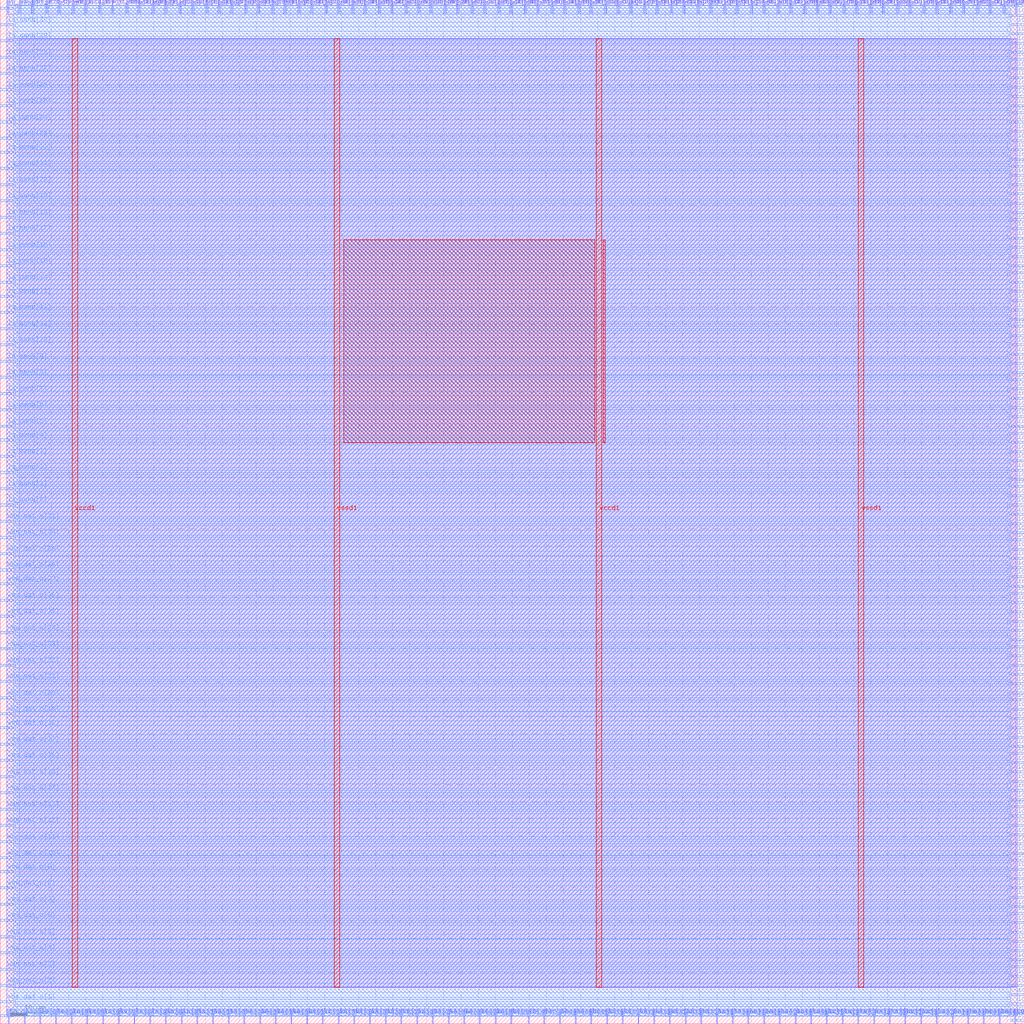
<source format=lef>
VERSION 5.7 ;
  NOWIREEXTENSIONATPIN ON ;
  DIVIDERCHAR "/" ;
  BUSBITCHARS "[]" ;
MACRO wrapped_memLCDdriver
  CLASS BLOCK ;
  FOREIGN wrapped_memLCDdriver ;
  ORIGIN 0.000 0.000 ;
  SIZE 300.000 BY 300.000 ;
  PIN active
    DIRECTION INPUT ;
    USE SIGNAL ;
    PORT
      LAYER met2 ;
        RECT 24.930 296.000 25.210 300.000 ;
    END
  END active
  PIN io_in[0]
    DIRECTION INPUT ;
    USE SIGNAL ;
    PORT
      LAYER met3 ;
        RECT 296.000 0.720 300.000 1.320 ;
    END
  END io_in[0]
  PIN io_in[10]
    DIRECTION INPUT ;
    USE SIGNAL ;
    PORT
      LAYER met3 ;
        RECT 296.000 78.920 300.000 79.520 ;
    END
  END io_in[10]
  PIN io_in[11]
    DIRECTION INPUT ;
    USE SIGNAL ;
    PORT
      LAYER met3 ;
        RECT 296.000 86.400 300.000 87.000 ;
    END
  END io_in[11]
  PIN io_in[12]
    DIRECTION INPUT ;
    USE SIGNAL ;
    PORT
      LAYER met3 ;
        RECT 296.000 94.560 300.000 95.160 ;
    END
  END io_in[12]
  PIN io_in[13]
    DIRECTION INPUT ;
    USE SIGNAL ;
    PORT
      LAYER met3 ;
        RECT 296.000 102.040 300.000 102.640 ;
    END
  END io_in[13]
  PIN io_in[14]
    DIRECTION INPUT ;
    USE SIGNAL ;
    PORT
      LAYER met3 ;
        RECT 296.000 110.200 300.000 110.800 ;
    END
  END io_in[14]
  PIN io_in[15]
    DIRECTION INPUT ;
    USE SIGNAL ;
    PORT
      LAYER met3 ;
        RECT 296.000 117.680 300.000 118.280 ;
    END
  END io_in[15]
  PIN io_in[16]
    DIRECTION INPUT ;
    USE SIGNAL ;
    PORT
      LAYER met3 ;
        RECT 296.000 125.840 300.000 126.440 ;
    END
  END io_in[16]
  PIN io_in[17]
    DIRECTION INPUT ;
    USE SIGNAL ;
    PORT
      LAYER met3 ;
        RECT 296.000 133.320 300.000 133.920 ;
    END
  END io_in[17]
  PIN io_in[18]
    DIRECTION INPUT ;
    USE SIGNAL ;
    PORT
      LAYER met3 ;
        RECT 296.000 141.480 300.000 142.080 ;
    END
  END io_in[18]
  PIN io_in[19]
    DIRECTION INPUT ;
    USE SIGNAL ;
    PORT
      LAYER met3 ;
        RECT 296.000 148.960 300.000 149.560 ;
    END
  END io_in[19]
  PIN io_in[1]
    DIRECTION INPUT ;
    USE SIGNAL ;
    PORT
      LAYER met3 ;
        RECT 296.000 8.200 300.000 8.800 ;
    END
  END io_in[1]
  PIN io_in[20]
    DIRECTION INPUT ;
    USE SIGNAL ;
    PORT
      LAYER met3 ;
        RECT 296.000 157.120 300.000 157.720 ;
    END
  END io_in[20]
  PIN io_in[21]
    DIRECTION INPUT ;
    USE SIGNAL ;
    PORT
      LAYER met3 ;
        RECT 296.000 164.600 300.000 165.200 ;
    END
  END io_in[21]
  PIN io_in[22]
    DIRECTION INPUT ;
    USE SIGNAL ;
    PORT
      LAYER met3 ;
        RECT 296.000 172.760 300.000 173.360 ;
    END
  END io_in[22]
  PIN io_in[23]
    DIRECTION INPUT ;
    USE SIGNAL ;
    PORT
      LAYER met3 ;
        RECT 296.000 180.240 300.000 180.840 ;
    END
  END io_in[23]
  PIN io_in[24]
    DIRECTION INPUT ;
    USE SIGNAL ;
    PORT
      LAYER met3 ;
        RECT 296.000 188.400 300.000 189.000 ;
    END
  END io_in[24]
  PIN io_in[25]
    DIRECTION INPUT ;
    USE SIGNAL ;
    PORT
      LAYER met3 ;
        RECT 296.000 195.880 300.000 196.480 ;
    END
  END io_in[25]
  PIN io_in[26]
    DIRECTION INPUT ;
    USE SIGNAL ;
    PORT
      LAYER met3 ;
        RECT 296.000 204.040 300.000 204.640 ;
    END
  END io_in[26]
  PIN io_in[27]
    DIRECTION INPUT ;
    USE SIGNAL ;
    PORT
      LAYER met3 ;
        RECT 296.000 211.520 300.000 212.120 ;
    END
  END io_in[27]
  PIN io_in[28]
    DIRECTION INPUT ;
    USE SIGNAL ;
    PORT
      LAYER met3 ;
        RECT 296.000 219.680 300.000 220.280 ;
    END
  END io_in[28]
  PIN io_in[29]
    DIRECTION INPUT ;
    USE SIGNAL ;
    PORT
      LAYER met3 ;
        RECT 296.000 227.160 300.000 227.760 ;
    END
  END io_in[29]
  PIN io_in[2]
    DIRECTION INPUT ;
    USE SIGNAL ;
    PORT
      LAYER met3 ;
        RECT 296.000 16.360 300.000 16.960 ;
    END
  END io_in[2]
  PIN io_in[30]
    DIRECTION INPUT ;
    USE SIGNAL ;
    PORT
      LAYER met3 ;
        RECT 296.000 235.320 300.000 235.920 ;
    END
  END io_in[30]
  PIN io_in[31]
    DIRECTION INPUT ;
    USE SIGNAL ;
    PORT
      LAYER met3 ;
        RECT 296.000 242.800 300.000 243.400 ;
    END
  END io_in[31]
  PIN io_in[32]
    DIRECTION INPUT ;
    USE SIGNAL ;
    PORT
      LAYER met3 ;
        RECT 296.000 250.960 300.000 251.560 ;
    END
  END io_in[32]
  PIN io_in[33]
    DIRECTION INPUT ;
    USE SIGNAL ;
    PORT
      LAYER met3 ;
        RECT 296.000 258.440 300.000 259.040 ;
    END
  END io_in[33]
  PIN io_in[34]
    DIRECTION INPUT ;
    USE SIGNAL ;
    PORT
      LAYER met3 ;
        RECT 296.000 266.600 300.000 267.200 ;
    END
  END io_in[34]
  PIN io_in[35]
    DIRECTION INPUT ;
    USE SIGNAL ;
    PORT
      LAYER met3 ;
        RECT 296.000 274.080 300.000 274.680 ;
    END
  END io_in[35]
  PIN io_in[36]
    DIRECTION INPUT ;
    USE SIGNAL ;
    PORT
      LAYER met3 ;
        RECT 296.000 282.240 300.000 282.840 ;
    END
  END io_in[36]
  PIN io_in[37]
    DIRECTION INPUT ;
    USE SIGNAL ;
    PORT
      LAYER met3 ;
        RECT 296.000 289.720 300.000 290.320 ;
    END
  END io_in[37]
  PIN io_in[3]
    DIRECTION INPUT ;
    USE SIGNAL ;
    PORT
      LAYER met3 ;
        RECT 296.000 23.840 300.000 24.440 ;
    END
  END io_in[3]
  PIN io_in[4]
    DIRECTION INPUT ;
    USE SIGNAL ;
    PORT
      LAYER met3 ;
        RECT 296.000 32.000 300.000 32.600 ;
    END
  END io_in[4]
  PIN io_in[5]
    DIRECTION INPUT ;
    USE SIGNAL ;
    PORT
      LAYER met3 ;
        RECT 296.000 39.480 300.000 40.080 ;
    END
  END io_in[5]
  PIN io_in[6]
    DIRECTION INPUT ;
    USE SIGNAL ;
    PORT
      LAYER met3 ;
        RECT 296.000 47.640 300.000 48.240 ;
    END
  END io_in[6]
  PIN io_in[7]
    DIRECTION INPUT ;
    USE SIGNAL ;
    PORT
      LAYER met3 ;
        RECT 296.000 55.120 300.000 55.720 ;
    END
  END io_in[7]
  PIN io_in[8]
    DIRECTION INPUT ;
    USE SIGNAL ;
    PORT
      LAYER met3 ;
        RECT 296.000 63.280 300.000 63.880 ;
    END
  END io_in[8]
  PIN io_in[9]
    DIRECTION INPUT ;
    USE SIGNAL ;
    PORT
      LAYER met3 ;
        RECT 296.000 70.760 300.000 71.360 ;
    END
  END io_in[9]
  PIN io_oeb[0]
    DIRECTION OUTPUT TRISTATE ;
    USE SIGNAL ;
    PORT
      LAYER met3 ;
        RECT 296.000 5.480 300.000 6.080 ;
    END
  END io_oeb[0]
  PIN io_oeb[10]
    DIRECTION OUTPUT TRISTATE ;
    USE SIGNAL ;
    PORT
      LAYER met3 ;
        RECT 296.000 83.680 300.000 84.280 ;
    END
  END io_oeb[10]
  PIN io_oeb[11]
    DIRECTION OUTPUT TRISTATE ;
    USE SIGNAL ;
    PORT
      LAYER met3 ;
        RECT 296.000 91.840 300.000 92.440 ;
    END
  END io_oeb[11]
  PIN io_oeb[12]
    DIRECTION OUTPUT TRISTATE ;
    USE SIGNAL ;
    PORT
      LAYER met3 ;
        RECT 296.000 99.320 300.000 99.920 ;
    END
  END io_oeb[12]
  PIN io_oeb[13]
    DIRECTION OUTPUT TRISTATE ;
    USE SIGNAL ;
    PORT
      LAYER met3 ;
        RECT 296.000 107.480 300.000 108.080 ;
    END
  END io_oeb[13]
  PIN io_oeb[14]
    DIRECTION OUTPUT TRISTATE ;
    USE SIGNAL ;
    PORT
      LAYER met3 ;
        RECT 296.000 114.960 300.000 115.560 ;
    END
  END io_oeb[14]
  PIN io_oeb[15]
    DIRECTION OUTPUT TRISTATE ;
    USE SIGNAL ;
    PORT
      LAYER met3 ;
        RECT 296.000 123.120 300.000 123.720 ;
    END
  END io_oeb[15]
  PIN io_oeb[16]
    DIRECTION OUTPUT TRISTATE ;
    USE SIGNAL ;
    PORT
      LAYER met3 ;
        RECT 296.000 130.600 300.000 131.200 ;
    END
  END io_oeb[16]
  PIN io_oeb[17]
    DIRECTION OUTPUT TRISTATE ;
    USE SIGNAL ;
    PORT
      LAYER met3 ;
        RECT 296.000 138.760 300.000 139.360 ;
    END
  END io_oeb[17]
  PIN io_oeb[18]
    DIRECTION OUTPUT TRISTATE ;
    USE SIGNAL ;
    PORT
      LAYER met3 ;
        RECT 296.000 146.240 300.000 146.840 ;
    END
  END io_oeb[18]
  PIN io_oeb[19]
    DIRECTION OUTPUT TRISTATE ;
    USE SIGNAL ;
    PORT
      LAYER met3 ;
        RECT 296.000 154.400 300.000 155.000 ;
    END
  END io_oeb[19]
  PIN io_oeb[1]
    DIRECTION OUTPUT TRISTATE ;
    USE SIGNAL ;
    PORT
      LAYER met3 ;
        RECT 296.000 13.640 300.000 14.240 ;
    END
  END io_oeb[1]
  PIN io_oeb[20]
    DIRECTION OUTPUT TRISTATE ;
    USE SIGNAL ;
    PORT
      LAYER met3 ;
        RECT 296.000 161.880 300.000 162.480 ;
    END
  END io_oeb[20]
  PIN io_oeb[21]
    DIRECTION OUTPUT TRISTATE ;
    USE SIGNAL ;
    PORT
      LAYER met3 ;
        RECT 296.000 170.040 300.000 170.640 ;
    END
  END io_oeb[21]
  PIN io_oeb[22]
    DIRECTION OUTPUT TRISTATE ;
    USE SIGNAL ;
    PORT
      LAYER met3 ;
        RECT 296.000 177.520 300.000 178.120 ;
    END
  END io_oeb[22]
  PIN io_oeb[23]
    DIRECTION OUTPUT TRISTATE ;
    USE SIGNAL ;
    PORT
      LAYER met3 ;
        RECT 296.000 185.680 300.000 186.280 ;
    END
  END io_oeb[23]
  PIN io_oeb[24]
    DIRECTION OUTPUT TRISTATE ;
    USE SIGNAL ;
    PORT
      LAYER met3 ;
        RECT 296.000 193.160 300.000 193.760 ;
    END
  END io_oeb[24]
  PIN io_oeb[25]
    DIRECTION OUTPUT TRISTATE ;
    USE SIGNAL ;
    PORT
      LAYER met3 ;
        RECT 296.000 201.320 300.000 201.920 ;
    END
  END io_oeb[25]
  PIN io_oeb[26]
    DIRECTION OUTPUT TRISTATE ;
    USE SIGNAL ;
    PORT
      LAYER met3 ;
        RECT 296.000 208.800 300.000 209.400 ;
    END
  END io_oeb[26]
  PIN io_oeb[27]
    DIRECTION OUTPUT TRISTATE ;
    USE SIGNAL ;
    PORT
      LAYER met3 ;
        RECT 296.000 216.960 300.000 217.560 ;
    END
  END io_oeb[27]
  PIN io_oeb[28]
    DIRECTION OUTPUT TRISTATE ;
    USE SIGNAL ;
    PORT
      LAYER met3 ;
        RECT 296.000 224.440 300.000 225.040 ;
    END
  END io_oeb[28]
  PIN io_oeb[29]
    DIRECTION OUTPUT TRISTATE ;
    USE SIGNAL ;
    PORT
      LAYER met3 ;
        RECT 296.000 232.600 300.000 233.200 ;
    END
  END io_oeb[29]
  PIN io_oeb[2]
    DIRECTION OUTPUT TRISTATE ;
    USE SIGNAL ;
    PORT
      LAYER met3 ;
        RECT 296.000 21.120 300.000 21.720 ;
    END
  END io_oeb[2]
  PIN io_oeb[30]
    DIRECTION OUTPUT TRISTATE ;
    USE SIGNAL ;
    PORT
      LAYER met3 ;
        RECT 296.000 240.080 300.000 240.680 ;
    END
  END io_oeb[30]
  PIN io_oeb[31]
    DIRECTION OUTPUT TRISTATE ;
    USE SIGNAL ;
    PORT
      LAYER met3 ;
        RECT 296.000 248.240 300.000 248.840 ;
    END
  END io_oeb[31]
  PIN io_oeb[32]
    DIRECTION OUTPUT TRISTATE ;
    USE SIGNAL ;
    PORT
      LAYER met3 ;
        RECT 296.000 255.720 300.000 256.320 ;
    END
  END io_oeb[32]
  PIN io_oeb[33]
    DIRECTION OUTPUT TRISTATE ;
    USE SIGNAL ;
    PORT
      LAYER met3 ;
        RECT 296.000 263.880 300.000 264.480 ;
    END
  END io_oeb[33]
  PIN io_oeb[34]
    DIRECTION OUTPUT TRISTATE ;
    USE SIGNAL ;
    PORT
      LAYER met3 ;
        RECT 296.000 271.360 300.000 271.960 ;
    END
  END io_oeb[34]
  PIN io_oeb[35]
    DIRECTION OUTPUT TRISTATE ;
    USE SIGNAL ;
    PORT
      LAYER met3 ;
        RECT 296.000 279.520 300.000 280.120 ;
    END
  END io_oeb[35]
  PIN io_oeb[36]
    DIRECTION OUTPUT TRISTATE ;
    USE SIGNAL ;
    PORT
      LAYER met3 ;
        RECT 296.000 287.000 300.000 287.600 ;
    END
  END io_oeb[36]
  PIN io_oeb[37]
    DIRECTION OUTPUT TRISTATE ;
    USE SIGNAL ;
    PORT
      LAYER met3 ;
        RECT 296.000 295.160 300.000 295.760 ;
    END
  END io_oeb[37]
  PIN io_oeb[3]
    DIRECTION OUTPUT TRISTATE ;
    USE SIGNAL ;
    PORT
      LAYER met3 ;
        RECT 296.000 29.280 300.000 29.880 ;
    END
  END io_oeb[3]
  PIN io_oeb[4]
    DIRECTION OUTPUT TRISTATE ;
    USE SIGNAL ;
    PORT
      LAYER met3 ;
        RECT 296.000 36.760 300.000 37.360 ;
    END
  END io_oeb[4]
  PIN io_oeb[5]
    DIRECTION OUTPUT TRISTATE ;
    USE SIGNAL ;
    PORT
      LAYER met3 ;
        RECT 296.000 44.920 300.000 45.520 ;
    END
  END io_oeb[5]
  PIN io_oeb[6]
    DIRECTION OUTPUT TRISTATE ;
    USE SIGNAL ;
    PORT
      LAYER met3 ;
        RECT 296.000 52.400 300.000 53.000 ;
    END
  END io_oeb[6]
  PIN io_oeb[7]
    DIRECTION OUTPUT TRISTATE ;
    USE SIGNAL ;
    PORT
      LAYER met3 ;
        RECT 296.000 60.560 300.000 61.160 ;
    END
  END io_oeb[7]
  PIN io_oeb[8]
    DIRECTION OUTPUT TRISTATE ;
    USE SIGNAL ;
    PORT
      LAYER met3 ;
        RECT 296.000 68.040 300.000 68.640 ;
    END
  END io_oeb[8]
  PIN io_oeb[9]
    DIRECTION OUTPUT TRISTATE ;
    USE SIGNAL ;
    PORT
      LAYER met3 ;
        RECT 296.000 76.200 300.000 76.800 ;
    END
  END io_oeb[9]
  PIN io_out[0]
    DIRECTION OUTPUT TRISTATE ;
    USE SIGNAL ;
    PORT
      LAYER met3 ;
        RECT 296.000 2.760 300.000 3.360 ;
    END
  END io_out[0]
  PIN io_out[10]
    DIRECTION OUTPUT TRISTATE ;
    USE SIGNAL ;
    PORT
      LAYER met3 ;
        RECT 296.000 80.960 300.000 81.560 ;
    END
  END io_out[10]
  PIN io_out[11]
    DIRECTION OUTPUT TRISTATE ;
    USE SIGNAL ;
    PORT
      LAYER met3 ;
        RECT 296.000 89.120 300.000 89.720 ;
    END
  END io_out[11]
  PIN io_out[12]
    DIRECTION OUTPUT TRISTATE ;
    USE SIGNAL ;
    PORT
      LAYER met3 ;
        RECT 296.000 96.600 300.000 97.200 ;
    END
  END io_out[12]
  PIN io_out[13]
    DIRECTION OUTPUT TRISTATE ;
    USE SIGNAL ;
    PORT
      LAYER met3 ;
        RECT 296.000 104.760 300.000 105.360 ;
    END
  END io_out[13]
  PIN io_out[14]
    DIRECTION OUTPUT TRISTATE ;
    USE SIGNAL ;
    PORT
      LAYER met3 ;
        RECT 296.000 112.240 300.000 112.840 ;
    END
  END io_out[14]
  PIN io_out[15]
    DIRECTION OUTPUT TRISTATE ;
    USE SIGNAL ;
    PORT
      LAYER met3 ;
        RECT 296.000 120.400 300.000 121.000 ;
    END
  END io_out[15]
  PIN io_out[16]
    DIRECTION OUTPUT TRISTATE ;
    USE SIGNAL ;
    PORT
      LAYER met3 ;
        RECT 296.000 127.880 300.000 128.480 ;
    END
  END io_out[16]
  PIN io_out[17]
    DIRECTION OUTPUT TRISTATE ;
    USE SIGNAL ;
    PORT
      LAYER met3 ;
        RECT 296.000 136.040 300.000 136.640 ;
    END
  END io_out[17]
  PIN io_out[18]
    DIRECTION OUTPUT TRISTATE ;
    USE SIGNAL ;
    PORT
      LAYER met3 ;
        RECT 296.000 143.520 300.000 144.120 ;
    END
  END io_out[18]
  PIN io_out[19]
    DIRECTION OUTPUT TRISTATE ;
    USE SIGNAL ;
    PORT
      LAYER met3 ;
        RECT 296.000 151.680 300.000 152.280 ;
    END
  END io_out[19]
  PIN io_out[1]
    DIRECTION OUTPUT TRISTATE ;
    USE SIGNAL ;
    PORT
      LAYER met3 ;
        RECT 296.000 10.920 300.000 11.520 ;
    END
  END io_out[1]
  PIN io_out[20]
    DIRECTION OUTPUT TRISTATE ;
    USE SIGNAL ;
    PORT
      LAYER met3 ;
        RECT 296.000 159.160 300.000 159.760 ;
    END
  END io_out[20]
  PIN io_out[21]
    DIRECTION OUTPUT TRISTATE ;
    USE SIGNAL ;
    PORT
      LAYER met3 ;
        RECT 296.000 167.320 300.000 167.920 ;
    END
  END io_out[21]
  PIN io_out[22]
    DIRECTION OUTPUT TRISTATE ;
    USE SIGNAL ;
    PORT
      LAYER met3 ;
        RECT 296.000 174.800 300.000 175.400 ;
    END
  END io_out[22]
  PIN io_out[23]
    DIRECTION OUTPUT TRISTATE ;
    USE SIGNAL ;
    PORT
      LAYER met3 ;
        RECT 296.000 182.960 300.000 183.560 ;
    END
  END io_out[23]
  PIN io_out[24]
    DIRECTION OUTPUT TRISTATE ;
    USE SIGNAL ;
    PORT
      LAYER met3 ;
        RECT 296.000 190.440 300.000 191.040 ;
    END
  END io_out[24]
  PIN io_out[25]
    DIRECTION OUTPUT TRISTATE ;
    USE SIGNAL ;
    PORT
      LAYER met3 ;
        RECT 296.000 198.600 300.000 199.200 ;
    END
  END io_out[25]
  PIN io_out[26]
    DIRECTION OUTPUT TRISTATE ;
    USE SIGNAL ;
    PORT
      LAYER met3 ;
        RECT 296.000 206.080 300.000 206.680 ;
    END
  END io_out[26]
  PIN io_out[27]
    DIRECTION OUTPUT TRISTATE ;
    USE SIGNAL ;
    PORT
      LAYER met3 ;
        RECT 296.000 214.240 300.000 214.840 ;
    END
  END io_out[27]
  PIN io_out[28]
    DIRECTION OUTPUT TRISTATE ;
    USE SIGNAL ;
    PORT
      LAYER met3 ;
        RECT 296.000 221.720 300.000 222.320 ;
    END
  END io_out[28]
  PIN io_out[29]
    DIRECTION OUTPUT TRISTATE ;
    USE SIGNAL ;
    PORT
      LAYER met3 ;
        RECT 296.000 229.880 300.000 230.480 ;
    END
  END io_out[29]
  PIN io_out[2]
    DIRECTION OUTPUT TRISTATE ;
    USE SIGNAL ;
    PORT
      LAYER met3 ;
        RECT 296.000 18.400 300.000 19.000 ;
    END
  END io_out[2]
  PIN io_out[30]
    DIRECTION OUTPUT TRISTATE ;
    USE SIGNAL ;
    PORT
      LAYER met3 ;
        RECT 296.000 237.360 300.000 237.960 ;
    END
  END io_out[30]
  PIN io_out[31]
    DIRECTION OUTPUT TRISTATE ;
    USE SIGNAL ;
    PORT
      LAYER met3 ;
        RECT 296.000 245.520 300.000 246.120 ;
    END
  END io_out[31]
  PIN io_out[32]
    DIRECTION OUTPUT TRISTATE ;
    USE SIGNAL ;
    PORT
      LAYER met3 ;
        RECT 296.000 253.000 300.000 253.600 ;
    END
  END io_out[32]
  PIN io_out[33]
    DIRECTION OUTPUT TRISTATE ;
    USE SIGNAL ;
    PORT
      LAYER met3 ;
        RECT 296.000 261.160 300.000 261.760 ;
    END
  END io_out[33]
  PIN io_out[34]
    DIRECTION OUTPUT TRISTATE ;
    USE SIGNAL ;
    PORT
      LAYER met3 ;
        RECT 296.000 268.640 300.000 269.240 ;
    END
  END io_out[34]
  PIN io_out[35]
    DIRECTION OUTPUT TRISTATE ;
    USE SIGNAL ;
    PORT
      LAYER met3 ;
        RECT 296.000 276.800 300.000 277.400 ;
    END
  END io_out[35]
  PIN io_out[36]
    DIRECTION OUTPUT TRISTATE ;
    USE SIGNAL ;
    PORT
      LAYER met3 ;
        RECT 296.000 284.280 300.000 284.880 ;
    END
  END io_out[36]
  PIN io_out[37]
    DIRECTION OUTPUT TRISTATE ;
    USE SIGNAL ;
    PORT
      LAYER met3 ;
        RECT 296.000 292.440 300.000 293.040 ;
    END
  END io_out[37]
  PIN io_out[3]
    DIRECTION OUTPUT TRISTATE ;
    USE SIGNAL ;
    PORT
      LAYER met3 ;
        RECT 296.000 26.560 300.000 27.160 ;
    END
  END io_out[3]
  PIN io_out[4]
    DIRECTION OUTPUT TRISTATE ;
    USE SIGNAL ;
    PORT
      LAYER met3 ;
        RECT 296.000 34.040 300.000 34.640 ;
    END
  END io_out[4]
  PIN io_out[5]
    DIRECTION OUTPUT TRISTATE ;
    USE SIGNAL ;
    PORT
      LAYER met3 ;
        RECT 296.000 42.200 300.000 42.800 ;
    END
  END io_out[5]
  PIN io_out[6]
    DIRECTION OUTPUT TRISTATE ;
    USE SIGNAL ;
    PORT
      LAYER met3 ;
        RECT 296.000 49.680 300.000 50.280 ;
    END
  END io_out[6]
  PIN io_out[7]
    DIRECTION OUTPUT TRISTATE ;
    USE SIGNAL ;
    PORT
      LAYER met3 ;
        RECT 296.000 57.840 300.000 58.440 ;
    END
  END io_out[7]
  PIN io_out[8]
    DIRECTION OUTPUT TRISTATE ;
    USE SIGNAL ;
    PORT
      LAYER met3 ;
        RECT 296.000 65.320 300.000 65.920 ;
    END
  END io_out[8]
  PIN io_out[9]
    DIRECTION OUTPUT TRISTATE ;
    USE SIGNAL ;
    PORT
      LAYER met3 ;
        RECT 296.000 73.480 300.000 74.080 ;
    END
  END io_out[9]
  PIN irq[0]
    DIRECTION OUTPUT TRISTATE ;
    USE SIGNAL ;
    PORT
      LAYER met3 ;
        RECT 296.000 297.880 300.000 298.480 ;
    END
  END irq[0]
  PIN irq[1]
    DIRECTION OUTPUT TRISTATE ;
    USE SIGNAL ;
    PORT
      LAYER met2 ;
        RECT 297.710 296.000 297.990 300.000 ;
    END
  END irq[1]
  PIN irq[2]
    DIRECTION OUTPUT TRISTATE ;
    USE SIGNAL ;
    PORT
      LAYER met2 ;
        RECT 297.250 0.000 297.530 4.000 ;
    END
  END irq[2]
  PIN la_data_in[0]
    DIRECTION INPUT ;
    USE SIGNAL ;
    PORT
      LAYER met2 ;
        RECT 2.390 0.000 2.670 4.000 ;
    END
  END la_data_in[0]
  PIN la_data_in[10]
    DIRECTION INPUT ;
    USE SIGNAL ;
    PORT
      LAYER met2 ;
        RECT 48.390 0.000 48.670 4.000 ;
    END
  END la_data_in[10]
  PIN la_data_in[11]
    DIRECTION INPUT ;
    USE SIGNAL ;
    PORT
      LAYER met2 ;
        RECT 52.990 0.000 53.270 4.000 ;
    END
  END la_data_in[11]
  PIN la_data_in[12]
    DIRECTION INPUT ;
    USE SIGNAL ;
    PORT
      LAYER met2 ;
        RECT 57.590 0.000 57.870 4.000 ;
    END
  END la_data_in[12]
  PIN la_data_in[13]
    DIRECTION INPUT ;
    USE SIGNAL ;
    PORT
      LAYER met2 ;
        RECT 62.190 0.000 62.470 4.000 ;
    END
  END la_data_in[13]
  PIN la_data_in[14]
    DIRECTION INPUT ;
    USE SIGNAL ;
    PORT
      LAYER met2 ;
        RECT 66.790 0.000 67.070 4.000 ;
    END
  END la_data_in[14]
  PIN la_data_in[15]
    DIRECTION INPUT ;
    USE SIGNAL ;
    PORT
      LAYER met2 ;
        RECT 71.390 0.000 71.670 4.000 ;
    END
  END la_data_in[15]
  PIN la_data_in[16]
    DIRECTION INPUT ;
    USE SIGNAL ;
    PORT
      LAYER met2 ;
        RECT 75.990 0.000 76.270 4.000 ;
    END
  END la_data_in[16]
  PIN la_data_in[17]
    DIRECTION INPUT ;
    USE SIGNAL ;
    PORT
      LAYER met2 ;
        RECT 80.590 0.000 80.870 4.000 ;
    END
  END la_data_in[17]
  PIN la_data_in[18]
    DIRECTION INPUT ;
    USE SIGNAL ;
    PORT
      LAYER met2 ;
        RECT 85.190 0.000 85.470 4.000 ;
    END
  END la_data_in[18]
  PIN la_data_in[19]
    DIRECTION INPUT ;
    USE SIGNAL ;
    PORT
      LAYER met2 ;
        RECT 89.790 0.000 90.070 4.000 ;
    END
  END la_data_in[19]
  PIN la_data_in[1]
    DIRECTION INPUT ;
    USE SIGNAL ;
    PORT
      LAYER met2 ;
        RECT 6.990 0.000 7.270 4.000 ;
    END
  END la_data_in[1]
  PIN la_data_in[20]
    DIRECTION INPUT ;
    USE SIGNAL ;
    PORT
      LAYER met2 ;
        RECT 94.390 0.000 94.670 4.000 ;
    END
  END la_data_in[20]
  PIN la_data_in[21]
    DIRECTION INPUT ;
    USE SIGNAL ;
    PORT
      LAYER met2 ;
        RECT 98.990 0.000 99.270 4.000 ;
    END
  END la_data_in[21]
  PIN la_data_in[22]
    DIRECTION INPUT ;
    USE SIGNAL ;
    PORT
      LAYER met2 ;
        RECT 103.590 0.000 103.870 4.000 ;
    END
  END la_data_in[22]
  PIN la_data_in[23]
    DIRECTION INPUT ;
    USE SIGNAL ;
    PORT
      LAYER met2 ;
        RECT 108.190 0.000 108.470 4.000 ;
    END
  END la_data_in[23]
  PIN la_data_in[24]
    DIRECTION INPUT ;
    USE SIGNAL ;
    PORT
      LAYER met2 ;
        RECT 112.790 0.000 113.070 4.000 ;
    END
  END la_data_in[24]
  PIN la_data_in[25]
    DIRECTION INPUT ;
    USE SIGNAL ;
    PORT
      LAYER met2 ;
        RECT 117.390 0.000 117.670 4.000 ;
    END
  END la_data_in[25]
  PIN la_data_in[26]
    DIRECTION INPUT ;
    USE SIGNAL ;
    PORT
      LAYER met2 ;
        RECT 121.990 0.000 122.270 4.000 ;
    END
  END la_data_in[26]
  PIN la_data_in[27]
    DIRECTION INPUT ;
    USE SIGNAL ;
    PORT
      LAYER met2 ;
        RECT 126.590 0.000 126.870 4.000 ;
    END
  END la_data_in[27]
  PIN la_data_in[28]
    DIRECTION INPUT ;
    USE SIGNAL ;
    PORT
      LAYER met2 ;
        RECT 131.190 0.000 131.470 4.000 ;
    END
  END la_data_in[28]
  PIN la_data_in[29]
    DIRECTION INPUT ;
    USE SIGNAL ;
    PORT
      LAYER met2 ;
        RECT 135.790 0.000 136.070 4.000 ;
    END
  END la_data_in[29]
  PIN la_data_in[2]
    DIRECTION INPUT ;
    USE SIGNAL ;
    PORT
      LAYER met2 ;
        RECT 11.590 0.000 11.870 4.000 ;
    END
  END la_data_in[2]
  PIN la_data_in[30]
    DIRECTION INPUT ;
    USE SIGNAL ;
    PORT
      LAYER met2 ;
        RECT 140.390 0.000 140.670 4.000 ;
    END
  END la_data_in[30]
  PIN la_data_in[31]
    DIRECTION INPUT ;
    USE SIGNAL ;
    PORT
      LAYER met2 ;
        RECT 144.990 0.000 145.270 4.000 ;
    END
  END la_data_in[31]
  PIN la_data_in[3]
    DIRECTION INPUT ;
    USE SIGNAL ;
    PORT
      LAYER met2 ;
        RECT 16.190 0.000 16.470 4.000 ;
    END
  END la_data_in[3]
  PIN la_data_in[4]
    DIRECTION INPUT ;
    USE SIGNAL ;
    PORT
      LAYER met2 ;
        RECT 20.790 0.000 21.070 4.000 ;
    END
  END la_data_in[4]
  PIN la_data_in[5]
    DIRECTION INPUT ;
    USE SIGNAL ;
    PORT
      LAYER met2 ;
        RECT 25.390 0.000 25.670 4.000 ;
    END
  END la_data_in[5]
  PIN la_data_in[6]
    DIRECTION INPUT ;
    USE SIGNAL ;
    PORT
      LAYER met2 ;
        RECT 29.990 0.000 30.270 4.000 ;
    END
  END la_data_in[6]
  PIN la_data_in[7]
    DIRECTION INPUT ;
    USE SIGNAL ;
    PORT
      LAYER met2 ;
        RECT 34.590 0.000 34.870 4.000 ;
    END
  END la_data_in[7]
  PIN la_data_in[8]
    DIRECTION INPUT ;
    USE SIGNAL ;
    PORT
      LAYER met2 ;
        RECT 39.190 0.000 39.470 4.000 ;
    END
  END la_data_in[8]
  PIN la_data_in[9]
    DIRECTION INPUT ;
    USE SIGNAL ;
    PORT
      LAYER met2 ;
        RECT 43.790 0.000 44.070 4.000 ;
    END
  END la_data_in[9]
  PIN la_data_out[0]
    DIRECTION OUTPUT TRISTATE ;
    USE SIGNAL ;
    PORT
      LAYER met2 ;
        RECT 149.590 0.000 149.870 4.000 ;
    END
  END la_data_out[0]
  PIN la_data_out[10]
    DIRECTION OUTPUT TRISTATE ;
    USE SIGNAL ;
    PORT
      LAYER met2 ;
        RECT 196.050 0.000 196.330 4.000 ;
    END
  END la_data_out[10]
  PIN la_data_out[11]
    DIRECTION OUTPUT TRISTATE ;
    USE SIGNAL ;
    PORT
      LAYER met2 ;
        RECT 200.650 0.000 200.930 4.000 ;
    END
  END la_data_out[11]
  PIN la_data_out[12]
    DIRECTION OUTPUT TRISTATE ;
    USE SIGNAL ;
    PORT
      LAYER met2 ;
        RECT 205.250 0.000 205.530 4.000 ;
    END
  END la_data_out[12]
  PIN la_data_out[13]
    DIRECTION OUTPUT TRISTATE ;
    USE SIGNAL ;
    PORT
      LAYER met2 ;
        RECT 209.850 0.000 210.130 4.000 ;
    END
  END la_data_out[13]
  PIN la_data_out[14]
    DIRECTION OUTPUT TRISTATE ;
    USE SIGNAL ;
    PORT
      LAYER met2 ;
        RECT 214.450 0.000 214.730 4.000 ;
    END
  END la_data_out[14]
  PIN la_data_out[15]
    DIRECTION OUTPUT TRISTATE ;
    USE SIGNAL ;
    PORT
      LAYER met2 ;
        RECT 219.050 0.000 219.330 4.000 ;
    END
  END la_data_out[15]
  PIN la_data_out[16]
    DIRECTION OUTPUT TRISTATE ;
    USE SIGNAL ;
    PORT
      LAYER met2 ;
        RECT 223.650 0.000 223.930 4.000 ;
    END
  END la_data_out[16]
  PIN la_data_out[17]
    DIRECTION OUTPUT TRISTATE ;
    USE SIGNAL ;
    PORT
      LAYER met2 ;
        RECT 228.250 0.000 228.530 4.000 ;
    END
  END la_data_out[17]
  PIN la_data_out[18]
    DIRECTION OUTPUT TRISTATE ;
    USE SIGNAL ;
    PORT
      LAYER met2 ;
        RECT 232.850 0.000 233.130 4.000 ;
    END
  END la_data_out[18]
  PIN la_data_out[19]
    DIRECTION OUTPUT TRISTATE ;
    USE SIGNAL ;
    PORT
      LAYER met2 ;
        RECT 237.450 0.000 237.730 4.000 ;
    END
  END la_data_out[19]
  PIN la_data_out[1]
    DIRECTION OUTPUT TRISTATE ;
    USE SIGNAL ;
    PORT
      LAYER met2 ;
        RECT 154.650 0.000 154.930 4.000 ;
    END
  END la_data_out[1]
  PIN la_data_out[20]
    DIRECTION OUTPUT TRISTATE ;
    USE SIGNAL ;
    PORT
      LAYER met2 ;
        RECT 242.050 0.000 242.330 4.000 ;
    END
  END la_data_out[20]
  PIN la_data_out[21]
    DIRECTION OUTPUT TRISTATE ;
    USE SIGNAL ;
    PORT
      LAYER met2 ;
        RECT 246.650 0.000 246.930 4.000 ;
    END
  END la_data_out[21]
  PIN la_data_out[22]
    DIRECTION OUTPUT TRISTATE ;
    USE SIGNAL ;
    PORT
      LAYER met2 ;
        RECT 251.250 0.000 251.530 4.000 ;
    END
  END la_data_out[22]
  PIN la_data_out[23]
    DIRECTION OUTPUT TRISTATE ;
    USE SIGNAL ;
    PORT
      LAYER met2 ;
        RECT 255.850 0.000 256.130 4.000 ;
    END
  END la_data_out[23]
  PIN la_data_out[24]
    DIRECTION OUTPUT TRISTATE ;
    USE SIGNAL ;
    PORT
      LAYER met2 ;
        RECT 260.450 0.000 260.730 4.000 ;
    END
  END la_data_out[24]
  PIN la_data_out[25]
    DIRECTION OUTPUT TRISTATE ;
    USE SIGNAL ;
    PORT
      LAYER met2 ;
        RECT 265.050 0.000 265.330 4.000 ;
    END
  END la_data_out[25]
  PIN la_data_out[26]
    DIRECTION OUTPUT TRISTATE ;
    USE SIGNAL ;
    PORT
      LAYER met2 ;
        RECT 269.650 0.000 269.930 4.000 ;
    END
  END la_data_out[26]
  PIN la_data_out[27]
    DIRECTION OUTPUT TRISTATE ;
    USE SIGNAL ;
    PORT
      LAYER met2 ;
        RECT 274.250 0.000 274.530 4.000 ;
    END
  END la_data_out[27]
  PIN la_data_out[28]
    DIRECTION OUTPUT TRISTATE ;
    USE SIGNAL ;
    PORT
      LAYER met2 ;
        RECT 278.850 0.000 279.130 4.000 ;
    END
  END la_data_out[28]
  PIN la_data_out[29]
    DIRECTION OUTPUT TRISTATE ;
    USE SIGNAL ;
    PORT
      LAYER met2 ;
        RECT 283.450 0.000 283.730 4.000 ;
    END
  END la_data_out[29]
  PIN la_data_out[2]
    DIRECTION OUTPUT TRISTATE ;
    USE SIGNAL ;
    PORT
      LAYER met2 ;
        RECT 159.250 0.000 159.530 4.000 ;
    END
  END la_data_out[2]
  PIN la_data_out[30]
    DIRECTION OUTPUT TRISTATE ;
    USE SIGNAL ;
    PORT
      LAYER met2 ;
        RECT 288.050 0.000 288.330 4.000 ;
    END
  END la_data_out[30]
  PIN la_data_out[31]
    DIRECTION OUTPUT TRISTATE ;
    USE SIGNAL ;
    PORT
      LAYER met2 ;
        RECT 292.650 0.000 292.930 4.000 ;
    END
  END la_data_out[31]
  PIN la_data_out[3]
    DIRECTION OUTPUT TRISTATE ;
    USE SIGNAL ;
    PORT
      LAYER met2 ;
        RECT 163.850 0.000 164.130 4.000 ;
    END
  END la_data_out[3]
  PIN la_data_out[4]
    DIRECTION OUTPUT TRISTATE ;
    USE SIGNAL ;
    PORT
      LAYER met2 ;
        RECT 168.450 0.000 168.730 4.000 ;
    END
  END la_data_out[4]
  PIN la_data_out[5]
    DIRECTION OUTPUT TRISTATE ;
    USE SIGNAL ;
    PORT
      LAYER met2 ;
        RECT 173.050 0.000 173.330 4.000 ;
    END
  END la_data_out[5]
  PIN la_data_out[6]
    DIRECTION OUTPUT TRISTATE ;
    USE SIGNAL ;
    PORT
      LAYER met2 ;
        RECT 177.650 0.000 177.930 4.000 ;
    END
  END la_data_out[6]
  PIN la_data_out[7]
    DIRECTION OUTPUT TRISTATE ;
    USE SIGNAL ;
    PORT
      LAYER met2 ;
        RECT 182.250 0.000 182.530 4.000 ;
    END
  END la_data_out[7]
  PIN la_data_out[8]
    DIRECTION OUTPUT TRISTATE ;
    USE SIGNAL ;
    PORT
      LAYER met2 ;
        RECT 186.850 0.000 187.130 4.000 ;
    END
  END la_data_out[8]
  PIN la_data_out[9]
    DIRECTION OUTPUT TRISTATE ;
    USE SIGNAL ;
    PORT
      LAYER met2 ;
        RECT 191.450 0.000 191.730 4.000 ;
    END
  END la_data_out[9]
  PIN la_oenb[0]
    DIRECTION INPUT ;
    USE SIGNAL ;
    PORT
      LAYER met3 ;
        RECT 0.000 151.680 4.000 152.280 ;
    END
  END la_oenb[0]
  PIN la_oenb[10]
    DIRECTION INPUT ;
    USE SIGNAL ;
    PORT
      LAYER met3 ;
        RECT 0.000 198.600 4.000 199.200 ;
    END
  END la_oenb[10]
  PIN la_oenb[11]
    DIRECTION INPUT ;
    USE SIGNAL ;
    PORT
      LAYER met3 ;
        RECT 0.000 203.360 4.000 203.960 ;
    END
  END la_oenb[11]
  PIN la_oenb[12]
    DIRECTION INPUT ;
    USE SIGNAL ;
    PORT
      LAYER met3 ;
        RECT 0.000 208.120 4.000 208.720 ;
    END
  END la_oenb[12]
  PIN la_oenb[13]
    DIRECTION INPUT ;
    USE SIGNAL ;
    PORT
      LAYER met3 ;
        RECT 0.000 212.880 4.000 213.480 ;
    END
  END la_oenb[13]
  PIN la_oenb[14]
    DIRECTION INPUT ;
    USE SIGNAL ;
    PORT
      LAYER met3 ;
        RECT 0.000 216.960 4.000 217.560 ;
    END
  END la_oenb[14]
  PIN la_oenb[15]
    DIRECTION INPUT ;
    USE SIGNAL ;
    PORT
      LAYER met3 ;
        RECT 0.000 221.720 4.000 222.320 ;
    END
  END la_oenb[15]
  PIN la_oenb[16]
    DIRECTION INPUT ;
    USE SIGNAL ;
    PORT
      LAYER met3 ;
        RECT 0.000 226.480 4.000 227.080 ;
    END
  END la_oenb[16]
  PIN la_oenb[17]
    DIRECTION INPUT ;
    USE SIGNAL ;
    PORT
      LAYER met3 ;
        RECT 0.000 231.240 4.000 231.840 ;
    END
  END la_oenb[17]
  PIN la_oenb[18]
    DIRECTION INPUT ;
    USE SIGNAL ;
    PORT
      LAYER met3 ;
        RECT 0.000 236.000 4.000 236.600 ;
    END
  END la_oenb[18]
  PIN la_oenb[19]
    DIRECTION INPUT ;
    USE SIGNAL ;
    PORT
      LAYER met3 ;
        RECT 0.000 240.760 4.000 241.360 ;
    END
  END la_oenb[19]
  PIN la_oenb[1]
    DIRECTION INPUT ;
    USE SIGNAL ;
    PORT
      LAYER met3 ;
        RECT 0.000 156.440 4.000 157.040 ;
    END
  END la_oenb[1]
  PIN la_oenb[20]
    DIRECTION INPUT ;
    USE SIGNAL ;
    PORT
      LAYER met3 ;
        RECT 0.000 245.520 4.000 246.120 ;
    END
  END la_oenb[20]
  PIN la_oenb[21]
    DIRECTION INPUT ;
    USE SIGNAL ;
    PORT
      LAYER met3 ;
        RECT 0.000 250.280 4.000 250.880 ;
    END
  END la_oenb[21]
  PIN la_oenb[22]
    DIRECTION INPUT ;
    USE SIGNAL ;
    PORT
      LAYER met3 ;
        RECT 0.000 255.040 4.000 255.640 ;
    END
  END la_oenb[22]
  PIN la_oenb[23]
    DIRECTION INPUT ;
    USE SIGNAL ;
    PORT
      LAYER met3 ;
        RECT 0.000 259.120 4.000 259.720 ;
    END
  END la_oenb[23]
  PIN la_oenb[24]
    DIRECTION INPUT ;
    USE SIGNAL ;
    PORT
      LAYER met3 ;
        RECT 0.000 263.880 4.000 264.480 ;
    END
  END la_oenb[24]
  PIN la_oenb[25]
    DIRECTION INPUT ;
    USE SIGNAL ;
    PORT
      LAYER met3 ;
        RECT 0.000 268.640 4.000 269.240 ;
    END
  END la_oenb[25]
  PIN la_oenb[26]
    DIRECTION INPUT ;
    USE SIGNAL ;
    PORT
      LAYER met3 ;
        RECT 0.000 273.400 4.000 274.000 ;
    END
  END la_oenb[26]
  PIN la_oenb[27]
    DIRECTION INPUT ;
    USE SIGNAL ;
    PORT
      LAYER met3 ;
        RECT 0.000 278.160 4.000 278.760 ;
    END
  END la_oenb[27]
  PIN la_oenb[28]
    DIRECTION INPUT ;
    USE SIGNAL ;
    PORT
      LAYER met3 ;
        RECT 0.000 282.920 4.000 283.520 ;
    END
  END la_oenb[28]
  PIN la_oenb[29]
    DIRECTION INPUT ;
    USE SIGNAL ;
    PORT
      LAYER met3 ;
        RECT 0.000 287.680 4.000 288.280 ;
    END
  END la_oenb[29]
  PIN la_oenb[2]
    DIRECTION INPUT ;
    USE SIGNAL ;
    PORT
      LAYER met3 ;
        RECT 0.000 161.200 4.000 161.800 ;
    END
  END la_oenb[2]
  PIN la_oenb[30]
    DIRECTION INPUT ;
    USE SIGNAL ;
    PORT
      LAYER met3 ;
        RECT 0.000 292.440 4.000 293.040 ;
    END
  END la_oenb[30]
  PIN la_oenb[31]
    DIRECTION INPUT ;
    USE SIGNAL ;
    PORT
      LAYER met3 ;
        RECT 0.000 297.200 4.000 297.800 ;
    END
  END la_oenb[31]
  PIN la_oenb[3]
    DIRECTION INPUT ;
    USE SIGNAL ;
    PORT
      LAYER met3 ;
        RECT 0.000 165.960 4.000 166.560 ;
    END
  END la_oenb[3]
  PIN la_oenb[4]
    DIRECTION INPUT ;
    USE SIGNAL ;
    PORT
      LAYER met3 ;
        RECT 0.000 170.720 4.000 171.320 ;
    END
  END la_oenb[4]
  PIN la_oenb[5]
    DIRECTION INPUT ;
    USE SIGNAL ;
    PORT
      LAYER met3 ;
        RECT 0.000 174.800 4.000 175.400 ;
    END
  END la_oenb[5]
  PIN la_oenb[6]
    DIRECTION INPUT ;
    USE SIGNAL ;
    PORT
      LAYER met3 ;
        RECT 0.000 179.560 4.000 180.160 ;
    END
  END la_oenb[6]
  PIN la_oenb[7]
    DIRECTION INPUT ;
    USE SIGNAL ;
    PORT
      LAYER met3 ;
        RECT 0.000 184.320 4.000 184.920 ;
    END
  END la_oenb[7]
  PIN la_oenb[8]
    DIRECTION INPUT ;
    USE SIGNAL ;
    PORT
      LAYER met3 ;
        RECT 0.000 189.080 4.000 189.680 ;
    END
  END la_oenb[8]
  PIN la_oenb[9]
    DIRECTION INPUT ;
    USE SIGNAL ;
    PORT
      LAYER met3 ;
        RECT 0.000 193.840 4.000 194.440 ;
    END
  END la_oenb[9]
  PIN user_clock2
    DIRECTION INPUT ;
    USE SIGNAL ;
    PORT
      LAYER met2 ;
        RECT 29.070 296.000 29.350 300.000 ;
    END
  END user_clock2
  PIN vccd1
    DIRECTION INPUT ;
    USE POWER ;
    PORT
      LAYER met4 ;
        RECT 21.040 10.640 22.640 288.560 ;
    END
    PORT
      LAYER met4 ;
        RECT 174.640 10.640 176.240 288.560 ;
    END
  END vccd1
  PIN vssd1
    DIRECTION INPUT ;
    USE GROUND ;
    PORT
      LAYER met4 ;
        RECT 97.840 10.640 99.440 288.560 ;
    END
    PORT
      LAYER met4 ;
        RECT 251.440 10.640 253.040 288.560 ;
    END
  END vssd1
  PIN wb_clk_i
    DIRECTION INPUT ;
    USE SIGNAL ;
    PORT
      LAYER met2 ;
        RECT 1.930 296.000 2.210 300.000 ;
    END
  END wb_clk_i
  PIN wb_rst_i
    DIRECTION INPUT ;
    USE SIGNAL ;
    PORT
      LAYER met2 ;
        RECT 5.610 296.000 5.890 300.000 ;
    END
  END wb_rst_i
  PIN wbs_ack_o
    DIRECTION OUTPUT TRISTATE ;
    USE SIGNAL ;
    PORT
      LAYER met2 ;
        RECT 21.250 296.000 21.530 300.000 ;
    END
  END wbs_ack_o
  PIN wbs_adr_i[0]
    DIRECTION INPUT ;
    USE SIGNAL ;
    PORT
      LAYER met2 ;
        RECT 48.390 296.000 48.670 300.000 ;
    END
  END wbs_adr_i[0]
  PIN wbs_adr_i[10]
    DIRECTION INPUT ;
    USE SIGNAL ;
    PORT
      LAYER met2 ;
        RECT 87.490 296.000 87.770 300.000 ;
    END
  END wbs_adr_i[10]
  PIN wbs_adr_i[11]
    DIRECTION INPUT ;
    USE SIGNAL ;
    PORT
      LAYER met2 ;
        RECT 91.170 296.000 91.450 300.000 ;
    END
  END wbs_adr_i[11]
  PIN wbs_adr_i[12]
    DIRECTION INPUT ;
    USE SIGNAL ;
    PORT
      LAYER met2 ;
        RECT 95.310 296.000 95.590 300.000 ;
    END
  END wbs_adr_i[12]
  PIN wbs_adr_i[13]
    DIRECTION INPUT ;
    USE SIGNAL ;
    PORT
      LAYER met2 ;
        RECT 98.990 296.000 99.270 300.000 ;
    END
  END wbs_adr_i[13]
  PIN wbs_adr_i[14]
    DIRECTION INPUT ;
    USE SIGNAL ;
    PORT
      LAYER met2 ;
        RECT 103.130 296.000 103.410 300.000 ;
    END
  END wbs_adr_i[14]
  PIN wbs_adr_i[15]
    DIRECTION INPUT ;
    USE SIGNAL ;
    PORT
      LAYER met2 ;
        RECT 106.810 296.000 107.090 300.000 ;
    END
  END wbs_adr_i[15]
  PIN wbs_adr_i[16]
    DIRECTION INPUT ;
    USE SIGNAL ;
    PORT
      LAYER met2 ;
        RECT 110.950 296.000 111.230 300.000 ;
    END
  END wbs_adr_i[16]
  PIN wbs_adr_i[17]
    DIRECTION INPUT ;
    USE SIGNAL ;
    PORT
      LAYER met2 ;
        RECT 114.630 296.000 114.910 300.000 ;
    END
  END wbs_adr_i[17]
  PIN wbs_adr_i[18]
    DIRECTION INPUT ;
    USE SIGNAL ;
    PORT
      LAYER met2 ;
        RECT 118.770 296.000 119.050 300.000 ;
    END
  END wbs_adr_i[18]
  PIN wbs_adr_i[19]
    DIRECTION INPUT ;
    USE SIGNAL ;
    PORT
      LAYER met2 ;
        RECT 122.450 296.000 122.730 300.000 ;
    END
  END wbs_adr_i[19]
  PIN wbs_adr_i[1]
    DIRECTION INPUT ;
    USE SIGNAL ;
    PORT
      LAYER met2 ;
        RECT 52.530 296.000 52.810 300.000 ;
    END
  END wbs_adr_i[1]
  PIN wbs_adr_i[20]
    DIRECTION INPUT ;
    USE SIGNAL ;
    PORT
      LAYER met2 ;
        RECT 126.130 296.000 126.410 300.000 ;
    END
  END wbs_adr_i[20]
  PIN wbs_adr_i[21]
    DIRECTION INPUT ;
    USE SIGNAL ;
    PORT
      LAYER met2 ;
        RECT 130.270 296.000 130.550 300.000 ;
    END
  END wbs_adr_i[21]
  PIN wbs_adr_i[22]
    DIRECTION INPUT ;
    USE SIGNAL ;
    PORT
      LAYER met2 ;
        RECT 133.950 296.000 134.230 300.000 ;
    END
  END wbs_adr_i[22]
  PIN wbs_adr_i[23]
    DIRECTION INPUT ;
    USE SIGNAL ;
    PORT
      LAYER met2 ;
        RECT 138.090 296.000 138.370 300.000 ;
    END
  END wbs_adr_i[23]
  PIN wbs_adr_i[24]
    DIRECTION INPUT ;
    USE SIGNAL ;
    PORT
      LAYER met2 ;
        RECT 141.770 296.000 142.050 300.000 ;
    END
  END wbs_adr_i[24]
  PIN wbs_adr_i[25]
    DIRECTION INPUT ;
    USE SIGNAL ;
    PORT
      LAYER met2 ;
        RECT 145.910 296.000 146.190 300.000 ;
    END
  END wbs_adr_i[25]
  PIN wbs_adr_i[26]
    DIRECTION INPUT ;
    USE SIGNAL ;
    PORT
      LAYER met2 ;
        RECT 149.590 296.000 149.870 300.000 ;
    END
  END wbs_adr_i[26]
  PIN wbs_adr_i[27]
    DIRECTION INPUT ;
    USE SIGNAL ;
    PORT
      LAYER met2 ;
        RECT 153.730 296.000 154.010 300.000 ;
    END
  END wbs_adr_i[27]
  PIN wbs_adr_i[28]
    DIRECTION INPUT ;
    USE SIGNAL ;
    PORT
      LAYER met2 ;
        RECT 157.410 296.000 157.690 300.000 ;
    END
  END wbs_adr_i[28]
  PIN wbs_adr_i[29]
    DIRECTION INPUT ;
    USE SIGNAL ;
    PORT
      LAYER met2 ;
        RECT 161.550 296.000 161.830 300.000 ;
    END
  END wbs_adr_i[29]
  PIN wbs_adr_i[2]
    DIRECTION INPUT ;
    USE SIGNAL ;
    PORT
      LAYER met2 ;
        RECT 56.210 296.000 56.490 300.000 ;
    END
  END wbs_adr_i[2]
  PIN wbs_adr_i[30]
    DIRECTION INPUT ;
    USE SIGNAL ;
    PORT
      LAYER met2 ;
        RECT 165.230 296.000 165.510 300.000 ;
    END
  END wbs_adr_i[30]
  PIN wbs_adr_i[31]
    DIRECTION INPUT ;
    USE SIGNAL ;
    PORT
      LAYER met2 ;
        RECT 169.370 296.000 169.650 300.000 ;
    END
  END wbs_adr_i[31]
  PIN wbs_adr_i[3]
    DIRECTION INPUT ;
    USE SIGNAL ;
    PORT
      LAYER met2 ;
        RECT 60.350 296.000 60.630 300.000 ;
    END
  END wbs_adr_i[3]
  PIN wbs_adr_i[4]
    DIRECTION INPUT ;
    USE SIGNAL ;
    PORT
      LAYER met2 ;
        RECT 64.030 296.000 64.310 300.000 ;
    END
  END wbs_adr_i[4]
  PIN wbs_adr_i[5]
    DIRECTION INPUT ;
    USE SIGNAL ;
    PORT
      LAYER met2 ;
        RECT 67.710 296.000 67.990 300.000 ;
    END
  END wbs_adr_i[5]
  PIN wbs_adr_i[6]
    DIRECTION INPUT ;
    USE SIGNAL ;
    PORT
      LAYER met2 ;
        RECT 71.850 296.000 72.130 300.000 ;
    END
  END wbs_adr_i[6]
  PIN wbs_adr_i[7]
    DIRECTION INPUT ;
    USE SIGNAL ;
    PORT
      LAYER met2 ;
        RECT 75.530 296.000 75.810 300.000 ;
    END
  END wbs_adr_i[7]
  PIN wbs_adr_i[8]
    DIRECTION INPUT ;
    USE SIGNAL ;
    PORT
      LAYER met2 ;
        RECT 79.670 296.000 79.950 300.000 ;
    END
  END wbs_adr_i[8]
  PIN wbs_adr_i[9]
    DIRECTION INPUT ;
    USE SIGNAL ;
    PORT
      LAYER met2 ;
        RECT 83.350 296.000 83.630 300.000 ;
    END
  END wbs_adr_i[9]
  PIN wbs_cyc_i
    DIRECTION INPUT ;
    USE SIGNAL ;
    PORT
      LAYER met2 ;
        RECT 13.430 296.000 13.710 300.000 ;
    END
  END wbs_cyc_i
  PIN wbs_dat_i[0]
    DIRECTION INPUT ;
    USE SIGNAL ;
    PORT
      LAYER met2 ;
        RECT 173.050 296.000 173.330 300.000 ;
    END
  END wbs_dat_i[0]
  PIN wbs_dat_i[10]
    DIRECTION INPUT ;
    USE SIGNAL ;
    PORT
      LAYER met2 ;
        RECT 212.150 296.000 212.430 300.000 ;
    END
  END wbs_dat_i[10]
  PIN wbs_dat_i[11]
    DIRECTION INPUT ;
    USE SIGNAL ;
    PORT
      LAYER met2 ;
        RECT 215.830 296.000 216.110 300.000 ;
    END
  END wbs_dat_i[11]
  PIN wbs_dat_i[12]
    DIRECTION INPUT ;
    USE SIGNAL ;
    PORT
      LAYER met2 ;
        RECT 219.970 296.000 220.250 300.000 ;
    END
  END wbs_dat_i[12]
  PIN wbs_dat_i[13]
    DIRECTION INPUT ;
    USE SIGNAL ;
    PORT
      LAYER met2 ;
        RECT 223.650 296.000 223.930 300.000 ;
    END
  END wbs_dat_i[13]
  PIN wbs_dat_i[14]
    DIRECTION INPUT ;
    USE SIGNAL ;
    PORT
      LAYER met2 ;
        RECT 227.790 296.000 228.070 300.000 ;
    END
  END wbs_dat_i[14]
  PIN wbs_dat_i[15]
    DIRECTION INPUT ;
    USE SIGNAL ;
    PORT
      LAYER met2 ;
        RECT 231.470 296.000 231.750 300.000 ;
    END
  END wbs_dat_i[15]
  PIN wbs_dat_i[16]
    DIRECTION INPUT ;
    USE SIGNAL ;
    PORT
      LAYER met2 ;
        RECT 235.610 296.000 235.890 300.000 ;
    END
  END wbs_dat_i[16]
  PIN wbs_dat_i[17]
    DIRECTION INPUT ;
    USE SIGNAL ;
    PORT
      LAYER met2 ;
        RECT 239.290 296.000 239.570 300.000 ;
    END
  END wbs_dat_i[17]
  PIN wbs_dat_i[18]
    DIRECTION INPUT ;
    USE SIGNAL ;
    PORT
      LAYER met2 ;
        RECT 242.970 296.000 243.250 300.000 ;
    END
  END wbs_dat_i[18]
  PIN wbs_dat_i[19]
    DIRECTION INPUT ;
    USE SIGNAL ;
    PORT
      LAYER met2 ;
        RECT 247.110 296.000 247.390 300.000 ;
    END
  END wbs_dat_i[19]
  PIN wbs_dat_i[1]
    DIRECTION INPUT ;
    USE SIGNAL ;
    PORT
      LAYER met2 ;
        RECT 177.190 296.000 177.470 300.000 ;
    END
  END wbs_dat_i[1]
  PIN wbs_dat_i[20]
    DIRECTION INPUT ;
    USE SIGNAL ;
    PORT
      LAYER met2 ;
        RECT 250.790 296.000 251.070 300.000 ;
    END
  END wbs_dat_i[20]
  PIN wbs_dat_i[21]
    DIRECTION INPUT ;
    USE SIGNAL ;
    PORT
      LAYER met2 ;
        RECT 254.930 296.000 255.210 300.000 ;
    END
  END wbs_dat_i[21]
  PIN wbs_dat_i[22]
    DIRECTION INPUT ;
    USE SIGNAL ;
    PORT
      LAYER met2 ;
        RECT 258.610 296.000 258.890 300.000 ;
    END
  END wbs_dat_i[22]
  PIN wbs_dat_i[23]
    DIRECTION INPUT ;
    USE SIGNAL ;
    PORT
      LAYER met2 ;
        RECT 262.750 296.000 263.030 300.000 ;
    END
  END wbs_dat_i[23]
  PIN wbs_dat_i[24]
    DIRECTION INPUT ;
    USE SIGNAL ;
    PORT
      LAYER met2 ;
        RECT 266.430 296.000 266.710 300.000 ;
    END
  END wbs_dat_i[24]
  PIN wbs_dat_i[25]
    DIRECTION INPUT ;
    USE SIGNAL ;
    PORT
      LAYER met2 ;
        RECT 270.570 296.000 270.850 300.000 ;
    END
  END wbs_dat_i[25]
  PIN wbs_dat_i[26]
    DIRECTION INPUT ;
    USE SIGNAL ;
    PORT
      LAYER met2 ;
        RECT 274.250 296.000 274.530 300.000 ;
    END
  END wbs_dat_i[26]
  PIN wbs_dat_i[27]
    DIRECTION INPUT ;
    USE SIGNAL ;
    PORT
      LAYER met2 ;
        RECT 278.390 296.000 278.670 300.000 ;
    END
  END wbs_dat_i[27]
  PIN wbs_dat_i[28]
    DIRECTION INPUT ;
    USE SIGNAL ;
    PORT
      LAYER met2 ;
        RECT 282.070 296.000 282.350 300.000 ;
    END
  END wbs_dat_i[28]
  PIN wbs_dat_i[29]
    DIRECTION INPUT ;
    USE SIGNAL ;
    PORT
      LAYER met2 ;
        RECT 286.210 296.000 286.490 300.000 ;
    END
  END wbs_dat_i[29]
  PIN wbs_dat_i[2]
    DIRECTION INPUT ;
    USE SIGNAL ;
    PORT
      LAYER met2 ;
        RECT 180.870 296.000 181.150 300.000 ;
    END
  END wbs_dat_i[2]
  PIN wbs_dat_i[30]
    DIRECTION INPUT ;
    USE SIGNAL ;
    PORT
      LAYER met2 ;
        RECT 289.890 296.000 290.170 300.000 ;
    END
  END wbs_dat_i[30]
  PIN wbs_dat_i[31]
    DIRECTION INPUT ;
    USE SIGNAL ;
    PORT
      LAYER met2 ;
        RECT 294.030 296.000 294.310 300.000 ;
    END
  END wbs_dat_i[31]
  PIN wbs_dat_i[3]
    DIRECTION INPUT ;
    USE SIGNAL ;
    PORT
      LAYER met2 ;
        RECT 184.550 296.000 184.830 300.000 ;
    END
  END wbs_dat_i[3]
  PIN wbs_dat_i[4]
    DIRECTION INPUT ;
    USE SIGNAL ;
    PORT
      LAYER met2 ;
        RECT 188.690 296.000 188.970 300.000 ;
    END
  END wbs_dat_i[4]
  PIN wbs_dat_i[5]
    DIRECTION INPUT ;
    USE SIGNAL ;
    PORT
      LAYER met2 ;
        RECT 192.370 296.000 192.650 300.000 ;
    END
  END wbs_dat_i[5]
  PIN wbs_dat_i[6]
    DIRECTION INPUT ;
    USE SIGNAL ;
    PORT
      LAYER met2 ;
        RECT 196.510 296.000 196.790 300.000 ;
    END
  END wbs_dat_i[6]
  PIN wbs_dat_i[7]
    DIRECTION INPUT ;
    USE SIGNAL ;
    PORT
      LAYER met2 ;
        RECT 200.190 296.000 200.470 300.000 ;
    END
  END wbs_dat_i[7]
  PIN wbs_dat_i[8]
    DIRECTION INPUT ;
    USE SIGNAL ;
    PORT
      LAYER met2 ;
        RECT 204.330 296.000 204.610 300.000 ;
    END
  END wbs_dat_i[8]
  PIN wbs_dat_i[9]
    DIRECTION INPUT ;
    USE SIGNAL ;
    PORT
      LAYER met2 ;
        RECT 208.010 296.000 208.290 300.000 ;
    END
  END wbs_dat_i[9]
  PIN wbs_dat_o[0]
    DIRECTION OUTPUT TRISTATE ;
    USE SIGNAL ;
    PORT
      LAYER met3 ;
        RECT 0.000 2.080 4.000 2.680 ;
    END
  END wbs_dat_o[0]
  PIN wbs_dat_o[10]
    DIRECTION OUTPUT TRISTATE ;
    USE SIGNAL ;
    PORT
      LAYER met3 ;
        RECT 0.000 48.320 4.000 48.920 ;
    END
  END wbs_dat_o[10]
  PIN wbs_dat_o[11]
    DIRECTION OUTPUT TRISTATE ;
    USE SIGNAL ;
    PORT
      LAYER met3 ;
        RECT 0.000 53.080 4.000 53.680 ;
    END
  END wbs_dat_o[11]
  PIN wbs_dat_o[12]
    DIRECTION OUTPUT TRISTATE ;
    USE SIGNAL ;
    PORT
      LAYER met3 ;
        RECT 0.000 57.840 4.000 58.440 ;
    END
  END wbs_dat_o[12]
  PIN wbs_dat_o[13]
    DIRECTION OUTPUT TRISTATE ;
    USE SIGNAL ;
    PORT
      LAYER met3 ;
        RECT 0.000 62.600 4.000 63.200 ;
    END
  END wbs_dat_o[13]
  PIN wbs_dat_o[14]
    DIRECTION OUTPUT TRISTATE ;
    USE SIGNAL ;
    PORT
      LAYER met3 ;
        RECT 0.000 67.360 4.000 67.960 ;
    END
  END wbs_dat_o[14]
  PIN wbs_dat_o[15]
    DIRECTION OUTPUT TRISTATE ;
    USE SIGNAL ;
    PORT
      LAYER met3 ;
        RECT 0.000 72.120 4.000 72.720 ;
    END
  END wbs_dat_o[15]
  PIN wbs_dat_o[16]
    DIRECTION OUTPUT TRISTATE ;
    USE SIGNAL ;
    PORT
      LAYER met3 ;
        RECT 0.000 76.880 4.000 77.480 ;
    END
  END wbs_dat_o[16]
  PIN wbs_dat_o[17]
    DIRECTION OUTPUT TRISTATE ;
    USE SIGNAL ;
    PORT
      LAYER met3 ;
        RECT 0.000 81.640 4.000 82.240 ;
    END
  END wbs_dat_o[17]
  PIN wbs_dat_o[18]
    DIRECTION OUTPUT TRISTATE ;
    USE SIGNAL ;
    PORT
      LAYER met3 ;
        RECT 0.000 86.400 4.000 87.000 ;
    END
  END wbs_dat_o[18]
  PIN wbs_dat_o[19]
    DIRECTION OUTPUT TRISTATE ;
    USE SIGNAL ;
    PORT
      LAYER met3 ;
        RECT 0.000 90.480 4.000 91.080 ;
    END
  END wbs_dat_o[19]
  PIN wbs_dat_o[1]
    DIRECTION OUTPUT TRISTATE ;
    USE SIGNAL ;
    PORT
      LAYER met3 ;
        RECT 0.000 6.160 4.000 6.760 ;
    END
  END wbs_dat_o[1]
  PIN wbs_dat_o[20]
    DIRECTION OUTPUT TRISTATE ;
    USE SIGNAL ;
    PORT
      LAYER met3 ;
        RECT 0.000 95.240 4.000 95.840 ;
    END
  END wbs_dat_o[20]
  PIN wbs_dat_o[21]
    DIRECTION OUTPUT TRISTATE ;
    USE SIGNAL ;
    PORT
      LAYER met3 ;
        RECT 0.000 100.000 4.000 100.600 ;
    END
  END wbs_dat_o[21]
  PIN wbs_dat_o[22]
    DIRECTION OUTPUT TRISTATE ;
    USE SIGNAL ;
    PORT
      LAYER met3 ;
        RECT 0.000 104.760 4.000 105.360 ;
    END
  END wbs_dat_o[22]
  PIN wbs_dat_o[23]
    DIRECTION OUTPUT TRISTATE ;
    USE SIGNAL ;
    PORT
      LAYER met3 ;
        RECT 0.000 109.520 4.000 110.120 ;
    END
  END wbs_dat_o[23]
  PIN wbs_dat_o[24]
    DIRECTION OUTPUT TRISTATE ;
    USE SIGNAL ;
    PORT
      LAYER met3 ;
        RECT 0.000 114.280 4.000 114.880 ;
    END
  END wbs_dat_o[24]
  PIN wbs_dat_o[25]
    DIRECTION OUTPUT TRISTATE ;
    USE SIGNAL ;
    PORT
      LAYER met3 ;
        RECT 0.000 119.040 4.000 119.640 ;
    END
  END wbs_dat_o[25]
  PIN wbs_dat_o[26]
    DIRECTION OUTPUT TRISTATE ;
    USE SIGNAL ;
    PORT
      LAYER met3 ;
        RECT 0.000 123.800 4.000 124.400 ;
    END
  END wbs_dat_o[26]
  PIN wbs_dat_o[27]
    DIRECTION OUTPUT TRISTATE ;
    USE SIGNAL ;
    PORT
      LAYER met3 ;
        RECT 0.000 128.560 4.000 129.160 ;
    END
  END wbs_dat_o[27]
  PIN wbs_dat_o[28]
    DIRECTION OUTPUT TRISTATE ;
    USE SIGNAL ;
    PORT
      LAYER met3 ;
        RECT 0.000 132.640 4.000 133.240 ;
    END
  END wbs_dat_o[28]
  PIN wbs_dat_o[29]
    DIRECTION OUTPUT TRISTATE ;
    USE SIGNAL ;
    PORT
      LAYER met3 ;
        RECT 0.000 137.400 4.000 138.000 ;
    END
  END wbs_dat_o[29]
  PIN wbs_dat_o[2]
    DIRECTION OUTPUT TRISTATE ;
    USE SIGNAL ;
    PORT
      LAYER met3 ;
        RECT 0.000 10.920 4.000 11.520 ;
    END
  END wbs_dat_o[2]
  PIN wbs_dat_o[30]
    DIRECTION OUTPUT TRISTATE ;
    USE SIGNAL ;
    PORT
      LAYER met3 ;
        RECT 0.000 142.160 4.000 142.760 ;
    END
  END wbs_dat_o[30]
  PIN wbs_dat_o[31]
    DIRECTION OUTPUT TRISTATE ;
    USE SIGNAL ;
    PORT
      LAYER met3 ;
        RECT 0.000 146.920 4.000 147.520 ;
    END
  END wbs_dat_o[31]
  PIN wbs_dat_o[3]
    DIRECTION OUTPUT TRISTATE ;
    USE SIGNAL ;
    PORT
      LAYER met3 ;
        RECT 0.000 15.680 4.000 16.280 ;
    END
  END wbs_dat_o[3]
  PIN wbs_dat_o[4]
    DIRECTION OUTPUT TRISTATE ;
    USE SIGNAL ;
    PORT
      LAYER met3 ;
        RECT 0.000 20.440 4.000 21.040 ;
    END
  END wbs_dat_o[4]
  PIN wbs_dat_o[5]
    DIRECTION OUTPUT TRISTATE ;
    USE SIGNAL ;
    PORT
      LAYER met3 ;
        RECT 0.000 25.200 4.000 25.800 ;
    END
  END wbs_dat_o[5]
  PIN wbs_dat_o[6]
    DIRECTION OUTPUT TRISTATE ;
    USE SIGNAL ;
    PORT
      LAYER met3 ;
        RECT 0.000 29.960 4.000 30.560 ;
    END
  END wbs_dat_o[6]
  PIN wbs_dat_o[7]
    DIRECTION OUTPUT TRISTATE ;
    USE SIGNAL ;
    PORT
      LAYER met3 ;
        RECT 0.000 34.720 4.000 35.320 ;
    END
  END wbs_dat_o[7]
  PIN wbs_dat_o[8]
    DIRECTION OUTPUT TRISTATE ;
    USE SIGNAL ;
    PORT
      LAYER met3 ;
        RECT 0.000 39.480 4.000 40.080 ;
    END
  END wbs_dat_o[8]
  PIN wbs_dat_o[9]
    DIRECTION OUTPUT TRISTATE ;
    USE SIGNAL ;
    PORT
      LAYER met3 ;
        RECT 0.000 44.240 4.000 44.840 ;
    END
  END wbs_dat_o[9]
  PIN wbs_sel_i[0]
    DIRECTION INPUT ;
    USE SIGNAL ;
    PORT
      LAYER met2 ;
        RECT 32.750 296.000 33.030 300.000 ;
    END
  END wbs_sel_i[0]
  PIN wbs_sel_i[1]
    DIRECTION INPUT ;
    USE SIGNAL ;
    PORT
      LAYER met2 ;
        RECT 36.890 296.000 37.170 300.000 ;
    END
  END wbs_sel_i[1]
  PIN wbs_sel_i[2]
    DIRECTION INPUT ;
    USE SIGNAL ;
    PORT
      LAYER met2 ;
        RECT 40.570 296.000 40.850 300.000 ;
    END
  END wbs_sel_i[2]
  PIN wbs_sel_i[3]
    DIRECTION INPUT ;
    USE SIGNAL ;
    PORT
      LAYER met2 ;
        RECT 44.710 296.000 44.990 300.000 ;
    END
  END wbs_sel_i[3]
  PIN wbs_stb_i
    DIRECTION INPUT ;
    USE SIGNAL ;
    PORT
      LAYER met2 ;
        RECT 9.290 296.000 9.570 300.000 ;
    END
  END wbs_stb_i
  PIN wbs_we_i
    DIRECTION INPUT ;
    USE SIGNAL ;
    PORT
      LAYER met2 ;
        RECT 17.110 296.000 17.390 300.000 ;
    END
  END wbs_we_i
  OBS
      LAYER li1 ;
        RECT 5.520 10.795 297.475 288.405 ;
      LAYER met1 ;
        RECT 1.910 10.640 298.010 288.560 ;
      LAYER met2 ;
        RECT 2.490 295.720 5.330 298.365 ;
        RECT 6.170 295.720 9.010 298.365 ;
        RECT 9.850 295.720 13.150 298.365 ;
        RECT 13.990 295.720 16.830 298.365 ;
        RECT 17.670 295.720 20.970 298.365 ;
        RECT 21.810 295.720 24.650 298.365 ;
        RECT 25.490 295.720 28.790 298.365 ;
        RECT 29.630 295.720 32.470 298.365 ;
        RECT 33.310 295.720 36.610 298.365 ;
        RECT 37.450 295.720 40.290 298.365 ;
        RECT 41.130 295.720 44.430 298.365 ;
        RECT 45.270 295.720 48.110 298.365 ;
        RECT 48.950 295.720 52.250 298.365 ;
        RECT 53.090 295.720 55.930 298.365 ;
        RECT 56.770 295.720 60.070 298.365 ;
        RECT 60.910 295.720 63.750 298.365 ;
        RECT 64.590 295.720 67.430 298.365 ;
        RECT 68.270 295.720 71.570 298.365 ;
        RECT 72.410 295.720 75.250 298.365 ;
        RECT 76.090 295.720 79.390 298.365 ;
        RECT 80.230 295.720 83.070 298.365 ;
        RECT 83.910 295.720 87.210 298.365 ;
        RECT 88.050 295.720 90.890 298.365 ;
        RECT 91.730 295.720 95.030 298.365 ;
        RECT 95.870 295.720 98.710 298.365 ;
        RECT 99.550 295.720 102.850 298.365 ;
        RECT 103.690 295.720 106.530 298.365 ;
        RECT 107.370 295.720 110.670 298.365 ;
        RECT 111.510 295.720 114.350 298.365 ;
        RECT 115.190 295.720 118.490 298.365 ;
        RECT 119.330 295.720 122.170 298.365 ;
        RECT 123.010 295.720 125.850 298.365 ;
        RECT 126.690 295.720 129.990 298.365 ;
        RECT 130.830 295.720 133.670 298.365 ;
        RECT 134.510 295.720 137.810 298.365 ;
        RECT 138.650 295.720 141.490 298.365 ;
        RECT 142.330 295.720 145.630 298.365 ;
        RECT 146.470 295.720 149.310 298.365 ;
        RECT 150.150 295.720 153.450 298.365 ;
        RECT 154.290 295.720 157.130 298.365 ;
        RECT 157.970 295.720 161.270 298.365 ;
        RECT 162.110 295.720 164.950 298.365 ;
        RECT 165.790 295.720 169.090 298.365 ;
        RECT 169.930 295.720 172.770 298.365 ;
        RECT 173.610 295.720 176.910 298.365 ;
        RECT 177.750 295.720 180.590 298.365 ;
        RECT 181.430 295.720 184.270 298.365 ;
        RECT 185.110 295.720 188.410 298.365 ;
        RECT 189.250 295.720 192.090 298.365 ;
        RECT 192.930 295.720 196.230 298.365 ;
        RECT 197.070 295.720 199.910 298.365 ;
        RECT 200.750 295.720 204.050 298.365 ;
        RECT 204.890 295.720 207.730 298.365 ;
        RECT 208.570 295.720 211.870 298.365 ;
        RECT 212.710 295.720 215.550 298.365 ;
        RECT 216.390 295.720 219.690 298.365 ;
        RECT 220.530 295.720 223.370 298.365 ;
        RECT 224.210 295.720 227.510 298.365 ;
        RECT 228.350 295.720 231.190 298.365 ;
        RECT 232.030 295.720 235.330 298.365 ;
        RECT 236.170 295.720 239.010 298.365 ;
        RECT 239.850 295.720 242.690 298.365 ;
        RECT 243.530 295.720 246.830 298.365 ;
        RECT 247.670 295.720 250.510 298.365 ;
        RECT 251.350 295.720 254.650 298.365 ;
        RECT 255.490 295.720 258.330 298.365 ;
        RECT 259.170 295.720 262.470 298.365 ;
        RECT 263.310 295.720 266.150 298.365 ;
        RECT 266.990 295.720 270.290 298.365 ;
        RECT 271.130 295.720 273.970 298.365 ;
        RECT 274.810 295.720 278.110 298.365 ;
        RECT 278.950 295.720 281.790 298.365 ;
        RECT 282.630 295.720 285.930 298.365 ;
        RECT 286.770 295.720 289.610 298.365 ;
        RECT 290.450 295.720 293.750 298.365 ;
        RECT 294.590 295.720 297.430 298.365 ;
        RECT 1.940 4.280 297.980 295.720 ;
        RECT 1.940 2.195 2.110 4.280 ;
        RECT 2.950 2.195 6.710 4.280 ;
        RECT 7.550 2.195 11.310 4.280 ;
        RECT 12.150 2.195 15.910 4.280 ;
        RECT 16.750 2.195 20.510 4.280 ;
        RECT 21.350 2.195 25.110 4.280 ;
        RECT 25.950 2.195 29.710 4.280 ;
        RECT 30.550 2.195 34.310 4.280 ;
        RECT 35.150 2.195 38.910 4.280 ;
        RECT 39.750 2.195 43.510 4.280 ;
        RECT 44.350 2.195 48.110 4.280 ;
        RECT 48.950 2.195 52.710 4.280 ;
        RECT 53.550 2.195 57.310 4.280 ;
        RECT 58.150 2.195 61.910 4.280 ;
        RECT 62.750 2.195 66.510 4.280 ;
        RECT 67.350 2.195 71.110 4.280 ;
        RECT 71.950 2.195 75.710 4.280 ;
        RECT 76.550 2.195 80.310 4.280 ;
        RECT 81.150 2.195 84.910 4.280 ;
        RECT 85.750 2.195 89.510 4.280 ;
        RECT 90.350 2.195 94.110 4.280 ;
        RECT 94.950 2.195 98.710 4.280 ;
        RECT 99.550 2.195 103.310 4.280 ;
        RECT 104.150 2.195 107.910 4.280 ;
        RECT 108.750 2.195 112.510 4.280 ;
        RECT 113.350 2.195 117.110 4.280 ;
        RECT 117.950 2.195 121.710 4.280 ;
        RECT 122.550 2.195 126.310 4.280 ;
        RECT 127.150 2.195 130.910 4.280 ;
        RECT 131.750 2.195 135.510 4.280 ;
        RECT 136.350 2.195 140.110 4.280 ;
        RECT 140.950 2.195 144.710 4.280 ;
        RECT 145.550 2.195 149.310 4.280 ;
        RECT 150.150 2.195 154.370 4.280 ;
        RECT 155.210 2.195 158.970 4.280 ;
        RECT 159.810 2.195 163.570 4.280 ;
        RECT 164.410 2.195 168.170 4.280 ;
        RECT 169.010 2.195 172.770 4.280 ;
        RECT 173.610 2.195 177.370 4.280 ;
        RECT 178.210 2.195 181.970 4.280 ;
        RECT 182.810 2.195 186.570 4.280 ;
        RECT 187.410 2.195 191.170 4.280 ;
        RECT 192.010 2.195 195.770 4.280 ;
        RECT 196.610 2.195 200.370 4.280 ;
        RECT 201.210 2.195 204.970 4.280 ;
        RECT 205.810 2.195 209.570 4.280 ;
        RECT 210.410 2.195 214.170 4.280 ;
        RECT 215.010 2.195 218.770 4.280 ;
        RECT 219.610 2.195 223.370 4.280 ;
        RECT 224.210 2.195 227.970 4.280 ;
        RECT 228.810 2.195 232.570 4.280 ;
        RECT 233.410 2.195 237.170 4.280 ;
        RECT 238.010 2.195 241.770 4.280 ;
        RECT 242.610 2.195 246.370 4.280 ;
        RECT 247.210 2.195 250.970 4.280 ;
        RECT 251.810 2.195 255.570 4.280 ;
        RECT 256.410 2.195 260.170 4.280 ;
        RECT 261.010 2.195 264.770 4.280 ;
        RECT 265.610 2.195 269.370 4.280 ;
        RECT 270.210 2.195 273.970 4.280 ;
        RECT 274.810 2.195 278.570 4.280 ;
        RECT 279.410 2.195 283.170 4.280 ;
        RECT 284.010 2.195 287.770 4.280 ;
        RECT 288.610 2.195 292.370 4.280 ;
        RECT 293.210 2.195 296.970 4.280 ;
        RECT 297.810 2.195 297.980 4.280 ;
      LAYER met3 ;
        RECT 4.000 298.200 295.600 298.345 ;
        RECT 4.400 297.480 295.600 298.200 ;
        RECT 4.400 296.800 296.000 297.480 ;
        RECT 4.000 296.160 296.000 296.800 ;
        RECT 4.000 294.760 295.600 296.160 ;
        RECT 4.000 293.440 296.000 294.760 ;
        RECT 4.400 292.040 295.600 293.440 ;
        RECT 4.000 290.720 296.000 292.040 ;
        RECT 4.000 289.320 295.600 290.720 ;
        RECT 4.000 288.680 296.000 289.320 ;
        RECT 4.400 288.000 296.000 288.680 ;
        RECT 4.400 287.280 295.600 288.000 ;
        RECT 4.000 286.600 295.600 287.280 ;
        RECT 4.000 285.280 296.000 286.600 ;
        RECT 4.000 283.920 295.600 285.280 ;
        RECT 4.400 283.880 295.600 283.920 ;
        RECT 4.400 283.240 296.000 283.880 ;
        RECT 4.400 282.520 295.600 283.240 ;
        RECT 4.000 281.840 295.600 282.520 ;
        RECT 4.000 280.520 296.000 281.840 ;
        RECT 4.000 279.160 295.600 280.520 ;
        RECT 4.400 279.120 295.600 279.160 ;
        RECT 4.400 277.800 296.000 279.120 ;
        RECT 4.400 277.760 295.600 277.800 ;
        RECT 4.000 276.400 295.600 277.760 ;
        RECT 4.000 275.080 296.000 276.400 ;
        RECT 4.000 274.400 295.600 275.080 ;
        RECT 4.400 273.680 295.600 274.400 ;
        RECT 4.400 273.000 296.000 273.680 ;
        RECT 4.000 272.360 296.000 273.000 ;
        RECT 4.000 270.960 295.600 272.360 ;
        RECT 4.000 269.640 296.000 270.960 ;
        RECT 4.400 268.240 295.600 269.640 ;
        RECT 4.000 267.600 296.000 268.240 ;
        RECT 4.000 266.200 295.600 267.600 ;
        RECT 4.000 264.880 296.000 266.200 ;
        RECT 4.400 263.480 295.600 264.880 ;
        RECT 4.000 262.160 296.000 263.480 ;
        RECT 4.000 260.760 295.600 262.160 ;
        RECT 4.000 260.120 296.000 260.760 ;
        RECT 4.400 259.440 296.000 260.120 ;
        RECT 4.400 258.720 295.600 259.440 ;
        RECT 4.000 258.040 295.600 258.720 ;
        RECT 4.000 256.720 296.000 258.040 ;
        RECT 4.000 256.040 295.600 256.720 ;
        RECT 4.400 255.320 295.600 256.040 ;
        RECT 4.400 254.640 296.000 255.320 ;
        RECT 4.000 254.000 296.000 254.640 ;
        RECT 4.000 252.600 295.600 254.000 ;
        RECT 4.000 251.960 296.000 252.600 ;
        RECT 4.000 251.280 295.600 251.960 ;
        RECT 4.400 250.560 295.600 251.280 ;
        RECT 4.400 249.880 296.000 250.560 ;
        RECT 4.000 249.240 296.000 249.880 ;
        RECT 4.000 247.840 295.600 249.240 ;
        RECT 4.000 246.520 296.000 247.840 ;
        RECT 4.400 245.120 295.600 246.520 ;
        RECT 4.000 243.800 296.000 245.120 ;
        RECT 4.000 242.400 295.600 243.800 ;
        RECT 4.000 241.760 296.000 242.400 ;
        RECT 4.400 241.080 296.000 241.760 ;
        RECT 4.400 240.360 295.600 241.080 ;
        RECT 4.000 239.680 295.600 240.360 ;
        RECT 4.000 238.360 296.000 239.680 ;
        RECT 4.000 237.000 295.600 238.360 ;
        RECT 4.400 236.960 295.600 237.000 ;
        RECT 4.400 236.320 296.000 236.960 ;
        RECT 4.400 235.600 295.600 236.320 ;
        RECT 4.000 234.920 295.600 235.600 ;
        RECT 4.000 233.600 296.000 234.920 ;
        RECT 4.000 232.240 295.600 233.600 ;
        RECT 4.400 232.200 295.600 232.240 ;
        RECT 4.400 230.880 296.000 232.200 ;
        RECT 4.400 230.840 295.600 230.880 ;
        RECT 4.000 229.480 295.600 230.840 ;
        RECT 4.000 228.160 296.000 229.480 ;
        RECT 4.000 227.480 295.600 228.160 ;
        RECT 4.400 226.760 295.600 227.480 ;
        RECT 4.400 226.080 296.000 226.760 ;
        RECT 4.000 225.440 296.000 226.080 ;
        RECT 4.000 224.040 295.600 225.440 ;
        RECT 4.000 222.720 296.000 224.040 ;
        RECT 4.400 221.320 295.600 222.720 ;
        RECT 4.000 220.680 296.000 221.320 ;
        RECT 4.000 219.280 295.600 220.680 ;
        RECT 4.000 217.960 296.000 219.280 ;
        RECT 4.400 216.560 295.600 217.960 ;
        RECT 4.000 215.240 296.000 216.560 ;
        RECT 4.000 213.880 295.600 215.240 ;
        RECT 4.400 213.840 295.600 213.880 ;
        RECT 4.400 212.520 296.000 213.840 ;
        RECT 4.400 212.480 295.600 212.520 ;
        RECT 4.000 211.120 295.600 212.480 ;
        RECT 4.000 209.800 296.000 211.120 ;
        RECT 4.000 209.120 295.600 209.800 ;
        RECT 4.400 208.400 295.600 209.120 ;
        RECT 4.400 207.720 296.000 208.400 ;
        RECT 4.000 207.080 296.000 207.720 ;
        RECT 4.000 205.680 295.600 207.080 ;
        RECT 4.000 205.040 296.000 205.680 ;
        RECT 4.000 204.360 295.600 205.040 ;
        RECT 4.400 203.640 295.600 204.360 ;
        RECT 4.400 202.960 296.000 203.640 ;
        RECT 4.000 202.320 296.000 202.960 ;
        RECT 4.000 200.920 295.600 202.320 ;
        RECT 4.000 199.600 296.000 200.920 ;
        RECT 4.400 198.200 295.600 199.600 ;
        RECT 4.000 196.880 296.000 198.200 ;
        RECT 4.000 195.480 295.600 196.880 ;
        RECT 4.000 194.840 296.000 195.480 ;
        RECT 4.400 194.160 296.000 194.840 ;
        RECT 4.400 193.440 295.600 194.160 ;
        RECT 4.000 192.760 295.600 193.440 ;
        RECT 4.000 191.440 296.000 192.760 ;
        RECT 4.000 190.080 295.600 191.440 ;
        RECT 4.400 190.040 295.600 190.080 ;
        RECT 4.400 189.400 296.000 190.040 ;
        RECT 4.400 188.680 295.600 189.400 ;
        RECT 4.000 188.000 295.600 188.680 ;
        RECT 4.000 186.680 296.000 188.000 ;
        RECT 4.000 185.320 295.600 186.680 ;
        RECT 4.400 185.280 295.600 185.320 ;
        RECT 4.400 183.960 296.000 185.280 ;
        RECT 4.400 183.920 295.600 183.960 ;
        RECT 4.000 182.560 295.600 183.920 ;
        RECT 4.000 181.240 296.000 182.560 ;
        RECT 4.000 180.560 295.600 181.240 ;
        RECT 4.400 179.840 295.600 180.560 ;
        RECT 4.400 179.160 296.000 179.840 ;
        RECT 4.000 178.520 296.000 179.160 ;
        RECT 4.000 177.120 295.600 178.520 ;
        RECT 4.000 175.800 296.000 177.120 ;
        RECT 4.400 174.400 295.600 175.800 ;
        RECT 4.000 173.760 296.000 174.400 ;
        RECT 4.000 172.360 295.600 173.760 ;
        RECT 4.000 171.720 296.000 172.360 ;
        RECT 4.400 171.040 296.000 171.720 ;
        RECT 4.400 170.320 295.600 171.040 ;
        RECT 4.000 169.640 295.600 170.320 ;
        RECT 4.000 168.320 296.000 169.640 ;
        RECT 4.000 166.960 295.600 168.320 ;
        RECT 4.400 166.920 295.600 166.960 ;
        RECT 4.400 165.600 296.000 166.920 ;
        RECT 4.400 165.560 295.600 165.600 ;
        RECT 4.000 164.200 295.600 165.560 ;
        RECT 4.000 162.880 296.000 164.200 ;
        RECT 4.000 162.200 295.600 162.880 ;
        RECT 4.400 161.480 295.600 162.200 ;
        RECT 4.400 160.800 296.000 161.480 ;
        RECT 4.000 160.160 296.000 160.800 ;
        RECT 4.000 158.760 295.600 160.160 ;
        RECT 4.000 158.120 296.000 158.760 ;
        RECT 4.000 157.440 295.600 158.120 ;
        RECT 4.400 156.720 295.600 157.440 ;
        RECT 4.400 156.040 296.000 156.720 ;
        RECT 4.000 155.400 296.000 156.040 ;
        RECT 4.000 154.000 295.600 155.400 ;
        RECT 4.000 152.680 296.000 154.000 ;
        RECT 4.400 151.280 295.600 152.680 ;
        RECT 4.000 149.960 296.000 151.280 ;
        RECT 4.000 148.560 295.600 149.960 ;
        RECT 4.000 147.920 296.000 148.560 ;
        RECT 4.400 147.240 296.000 147.920 ;
        RECT 4.400 146.520 295.600 147.240 ;
        RECT 4.000 145.840 295.600 146.520 ;
        RECT 4.000 144.520 296.000 145.840 ;
        RECT 4.000 143.160 295.600 144.520 ;
        RECT 4.400 143.120 295.600 143.160 ;
        RECT 4.400 142.480 296.000 143.120 ;
        RECT 4.400 141.760 295.600 142.480 ;
        RECT 4.000 141.080 295.600 141.760 ;
        RECT 4.000 139.760 296.000 141.080 ;
        RECT 4.000 138.400 295.600 139.760 ;
        RECT 4.400 138.360 295.600 138.400 ;
        RECT 4.400 137.040 296.000 138.360 ;
        RECT 4.400 137.000 295.600 137.040 ;
        RECT 4.000 135.640 295.600 137.000 ;
        RECT 4.000 134.320 296.000 135.640 ;
        RECT 4.000 133.640 295.600 134.320 ;
        RECT 4.400 132.920 295.600 133.640 ;
        RECT 4.400 132.240 296.000 132.920 ;
        RECT 4.000 131.600 296.000 132.240 ;
        RECT 4.000 130.200 295.600 131.600 ;
        RECT 4.000 129.560 296.000 130.200 ;
        RECT 4.400 128.880 296.000 129.560 ;
        RECT 4.400 128.160 295.600 128.880 ;
        RECT 4.000 127.480 295.600 128.160 ;
        RECT 4.000 126.840 296.000 127.480 ;
        RECT 4.000 125.440 295.600 126.840 ;
        RECT 4.000 124.800 296.000 125.440 ;
        RECT 4.400 124.120 296.000 124.800 ;
        RECT 4.400 123.400 295.600 124.120 ;
        RECT 4.000 122.720 295.600 123.400 ;
        RECT 4.000 121.400 296.000 122.720 ;
        RECT 4.000 120.040 295.600 121.400 ;
        RECT 4.400 120.000 295.600 120.040 ;
        RECT 4.400 118.680 296.000 120.000 ;
        RECT 4.400 118.640 295.600 118.680 ;
        RECT 4.000 117.280 295.600 118.640 ;
        RECT 4.000 115.960 296.000 117.280 ;
        RECT 4.000 115.280 295.600 115.960 ;
        RECT 4.400 114.560 295.600 115.280 ;
        RECT 4.400 113.880 296.000 114.560 ;
        RECT 4.000 113.240 296.000 113.880 ;
        RECT 4.000 111.840 295.600 113.240 ;
        RECT 4.000 111.200 296.000 111.840 ;
        RECT 4.000 110.520 295.600 111.200 ;
        RECT 4.400 109.800 295.600 110.520 ;
        RECT 4.400 109.120 296.000 109.800 ;
        RECT 4.000 108.480 296.000 109.120 ;
        RECT 4.000 107.080 295.600 108.480 ;
        RECT 4.000 105.760 296.000 107.080 ;
        RECT 4.400 104.360 295.600 105.760 ;
        RECT 4.000 103.040 296.000 104.360 ;
        RECT 4.000 101.640 295.600 103.040 ;
        RECT 4.000 101.000 296.000 101.640 ;
        RECT 4.400 100.320 296.000 101.000 ;
        RECT 4.400 99.600 295.600 100.320 ;
        RECT 4.000 98.920 295.600 99.600 ;
        RECT 4.000 97.600 296.000 98.920 ;
        RECT 4.000 96.240 295.600 97.600 ;
        RECT 4.400 96.200 295.600 96.240 ;
        RECT 4.400 95.560 296.000 96.200 ;
        RECT 4.400 94.840 295.600 95.560 ;
        RECT 4.000 94.160 295.600 94.840 ;
        RECT 4.000 92.840 296.000 94.160 ;
        RECT 4.000 91.480 295.600 92.840 ;
        RECT 4.400 91.440 295.600 91.480 ;
        RECT 4.400 90.120 296.000 91.440 ;
        RECT 4.400 90.080 295.600 90.120 ;
        RECT 4.000 88.720 295.600 90.080 ;
        RECT 4.000 87.400 296.000 88.720 ;
        RECT 4.400 86.000 295.600 87.400 ;
        RECT 4.000 84.680 296.000 86.000 ;
        RECT 4.000 83.280 295.600 84.680 ;
        RECT 4.000 82.640 296.000 83.280 ;
        RECT 4.400 81.960 296.000 82.640 ;
        RECT 4.400 81.240 295.600 81.960 ;
        RECT 4.000 80.560 295.600 81.240 ;
        RECT 4.000 79.920 296.000 80.560 ;
        RECT 4.000 78.520 295.600 79.920 ;
        RECT 4.000 77.880 296.000 78.520 ;
        RECT 4.400 77.200 296.000 77.880 ;
        RECT 4.400 76.480 295.600 77.200 ;
        RECT 4.000 75.800 295.600 76.480 ;
        RECT 4.000 74.480 296.000 75.800 ;
        RECT 4.000 73.120 295.600 74.480 ;
        RECT 4.400 73.080 295.600 73.120 ;
        RECT 4.400 71.760 296.000 73.080 ;
        RECT 4.400 71.720 295.600 71.760 ;
        RECT 4.000 70.360 295.600 71.720 ;
        RECT 4.000 69.040 296.000 70.360 ;
        RECT 4.000 68.360 295.600 69.040 ;
        RECT 4.400 67.640 295.600 68.360 ;
        RECT 4.400 66.960 296.000 67.640 ;
        RECT 4.000 66.320 296.000 66.960 ;
        RECT 4.000 64.920 295.600 66.320 ;
        RECT 4.000 64.280 296.000 64.920 ;
        RECT 4.000 63.600 295.600 64.280 ;
        RECT 4.400 62.880 295.600 63.600 ;
        RECT 4.400 62.200 296.000 62.880 ;
        RECT 4.000 61.560 296.000 62.200 ;
        RECT 4.000 60.160 295.600 61.560 ;
        RECT 4.000 58.840 296.000 60.160 ;
        RECT 4.400 57.440 295.600 58.840 ;
        RECT 4.000 56.120 296.000 57.440 ;
        RECT 4.000 54.720 295.600 56.120 ;
        RECT 4.000 54.080 296.000 54.720 ;
        RECT 4.400 53.400 296.000 54.080 ;
        RECT 4.400 52.680 295.600 53.400 ;
        RECT 4.000 52.000 295.600 52.680 ;
        RECT 4.000 50.680 296.000 52.000 ;
        RECT 4.000 49.320 295.600 50.680 ;
        RECT 4.400 49.280 295.600 49.320 ;
        RECT 4.400 48.640 296.000 49.280 ;
        RECT 4.400 47.920 295.600 48.640 ;
        RECT 4.000 47.240 295.600 47.920 ;
        RECT 4.000 45.920 296.000 47.240 ;
        RECT 4.000 45.240 295.600 45.920 ;
        RECT 4.400 44.520 295.600 45.240 ;
        RECT 4.400 43.840 296.000 44.520 ;
        RECT 4.000 43.200 296.000 43.840 ;
        RECT 4.000 41.800 295.600 43.200 ;
        RECT 4.000 40.480 296.000 41.800 ;
        RECT 4.400 39.080 295.600 40.480 ;
        RECT 4.000 37.760 296.000 39.080 ;
        RECT 4.000 36.360 295.600 37.760 ;
        RECT 4.000 35.720 296.000 36.360 ;
        RECT 4.400 35.040 296.000 35.720 ;
        RECT 4.400 34.320 295.600 35.040 ;
        RECT 4.000 33.640 295.600 34.320 ;
        RECT 4.000 33.000 296.000 33.640 ;
        RECT 4.000 31.600 295.600 33.000 ;
        RECT 4.000 30.960 296.000 31.600 ;
        RECT 4.400 30.280 296.000 30.960 ;
        RECT 4.400 29.560 295.600 30.280 ;
        RECT 4.000 28.880 295.600 29.560 ;
        RECT 4.000 27.560 296.000 28.880 ;
        RECT 4.000 26.200 295.600 27.560 ;
        RECT 4.400 26.160 295.600 26.200 ;
        RECT 4.400 24.840 296.000 26.160 ;
        RECT 4.400 24.800 295.600 24.840 ;
        RECT 4.000 23.440 295.600 24.800 ;
        RECT 4.000 22.120 296.000 23.440 ;
        RECT 4.000 21.440 295.600 22.120 ;
        RECT 4.400 20.720 295.600 21.440 ;
        RECT 4.400 20.040 296.000 20.720 ;
        RECT 4.000 19.400 296.000 20.040 ;
        RECT 4.000 18.000 295.600 19.400 ;
        RECT 4.000 17.360 296.000 18.000 ;
        RECT 4.000 16.680 295.600 17.360 ;
        RECT 4.400 15.960 295.600 16.680 ;
        RECT 4.400 15.280 296.000 15.960 ;
        RECT 4.000 14.640 296.000 15.280 ;
        RECT 4.000 13.240 295.600 14.640 ;
        RECT 4.000 11.920 296.000 13.240 ;
        RECT 4.400 10.520 295.600 11.920 ;
        RECT 4.000 9.200 296.000 10.520 ;
        RECT 4.000 7.800 295.600 9.200 ;
        RECT 4.000 7.160 296.000 7.800 ;
        RECT 4.400 6.480 296.000 7.160 ;
        RECT 4.400 5.760 295.600 6.480 ;
        RECT 4.000 5.080 295.600 5.760 ;
        RECT 4.000 3.760 296.000 5.080 ;
        RECT 4.000 3.080 295.600 3.760 ;
        RECT 4.400 2.360 295.600 3.080 ;
        RECT 4.400 2.215 296.000 2.360 ;
      LAYER met4 ;
        RECT 100.575 170.175 174.240 229.665 ;
        RECT 176.640 170.175 177.265 229.665 ;
  END
END wrapped_memLCDdriver
END LIBRARY


</source>
